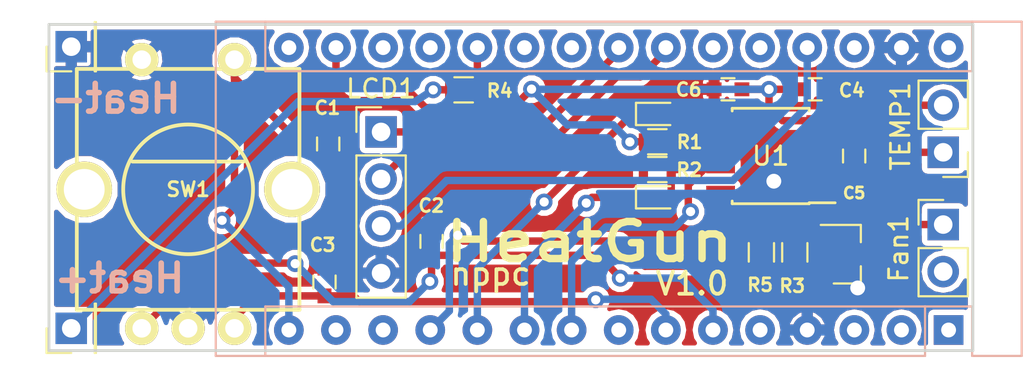
<source format=kicad_pcb>
(kicad_pcb (version 4) (host pcbnew 4.0.7)

  (general
    (links 44)
    (no_connects 0)
    (area 123.224999 118.424999 173.175001 136.175001)
    (thickness 1.6)
    (drawings 9)
    (tracks 148)
    (zones 0)
    (modules 22)
    (nets 21)
  )

  (page A4)
  (layers
    (0 F.Cu signal)
    (31 B.Cu signal)
    (32 B.Adhes user)
    (33 F.Adhes user)
    (34 B.Paste user)
    (35 F.Paste user)
    (36 B.SilkS user)
    (37 F.SilkS user)
    (38 B.Mask user)
    (39 F.Mask user)
    (40 Dwgs.User user)
    (41 Cmts.User user)
    (42 Eco1.User user)
    (43 Eco2.User user)
    (44 Edge.Cuts user)
    (45 Margin user)
    (46 B.CrtYd user)
    (47 F.CrtYd user)
    (48 B.Fab user)
    (49 F.Fab user)
  )

  (setup
    (last_trace_width 0.4)
    (user_trace_width 0.4)
    (user_trace_width 1.5)
    (user_trace_width 2)
    (trace_clearance 0.3)
    (zone_clearance 0.2)
    (zone_45_only yes)
    (trace_min 0.2)
    (segment_width 0.2)
    (edge_width 0.15)
    (via_size 0.9)
    (via_drill 0.5)
    (via_min_size 0.4)
    (via_min_drill 0.3)
    (user_via 1 0.5)
    (user_via 2.2 1)
    (uvia_size 0.3)
    (uvia_drill 0.1)
    (uvias_allowed no)
    (uvia_min_size 0.2)
    (uvia_min_drill 0.1)
    (pcb_text_width 0.3)
    (pcb_text_size 1.5 1.5)
    (mod_edge_width 0.15)
    (mod_text_size 1 1)
    (mod_text_width 0.15)
    (pad_size 1.524 1.524)
    (pad_drill 0.762)
    (pad_to_mask_clearance 0.2)
    (aux_axis_origin 0 0)
    (visible_elements 7FFFFF7F)
    (pcbplotparams
      (layerselection 0x00000_80000001)
      (usegerberextensions false)
      (excludeedgelayer false)
      (linewidth 0.100000)
      (plotframeref false)
      (viasonmask true)
      (mode 1)
      (useauxorigin false)
      (hpglpennumber 1)
      (hpglpenspeed 20)
      (hpglpendiameter 15)
      (hpglpenoverlay 2)
      (psnegative false)
      (psa4output false)
      (plotreference false)
      (plotvalue false)
      (plotinvisibletext false)
      (padsonsilk false)
      (subtractmaskfromsilk false)
      (outputformat 4)
      (mirror false)
      (drillshape 2)
      (scaleselection 1)
      (outputdirectory ""))
  )

  (net 0 "")
  (net 1 GND)
  (net 2 "Net-(J4-Pad23)")
  (net 3 "Net-(J4-Pad24)")
  (net 4 VCC)
  (net 5 "Net-(Q2-Pad1)")
  (net 6 "Net-(C2-Pad1)")
  (net 7 "Net-(C3-Pad1)")
  (net 8 "Net-(C1-Pad1)")
  (net 9 +3V3)
  (net 10 "Net-(C5-Pad2)")
  (net 11 "Net-(C5-Pad1)")
  (net 12 "Net-(D1-Pad2)")
  (net 13 /T_SCK)
  (net 14 "Net-(D2-Pad2)")
  (net 15 /T_CS)
  (net 16 "Net-(Fan1-Pad1)")
  (net 17 /Heater)
  (net 18 /Fan)
  (net 19 /T_SO)
  (net 20 "Net-(Heater_pos1-Pad1)")

  (net_class Default "This is the default net class."
    (clearance 0.3)
    (trace_width 0.4)
    (via_dia 0.9)
    (via_drill 0.5)
    (uvia_dia 0.3)
    (uvia_drill 0.1)
    (add_net +3V3)
    (add_net /Fan)
    (add_net /Heater)
    (add_net /T_CS)
    (add_net /T_SCK)
    (add_net /T_SO)
    (add_net "Net-(C1-Pad1)")
    (add_net "Net-(C2-Pad1)")
    (add_net "Net-(C3-Pad1)")
    (add_net "Net-(C5-Pad1)")
    (add_net "Net-(C5-Pad2)")
    (add_net "Net-(D1-Pad2)")
    (add_net "Net-(D2-Pad2)")
    (add_net "Net-(Fan1-Pad1)")
    (add_net "Net-(Heater_pos1-Pad1)")
    (add_net "Net-(J4-Pad23)")
    (add_net "Net-(J4-Pad24)")
    (add_net "Net-(Q2-Pad1)")
    (add_net VCC)
  )

  (net_class 12V ""
    (clearance 0.3)
    (trace_width 1.8)
    (via_dia 1.5)
    (via_drill 0.8)
    (uvia_dia 0.3)
    (uvia_drill 0.1)
    (add_net GND)
  )

  (net_class Thin ""
    (clearance 0.26)
    (trace_width 0.3)
    (via_dia 0.7)
    (via_drill 0.4)
    (uvia_dia 0.3)
    (uvia_drill 0.1)
  )

  (module Modules:Arduino_Nano (layer B.Cu) (tedit 5A5CAAB2) (tstamp 5A20037C)
    (at 171.79 134.99 90)
    (descr "Arduino Nano, http://www.mouser.com/pdfdocs/Gravitech_Arduino_Nano3_0.pdf")
    (tags "Arduino Nano")
    (path /5A1FFBDE)
    (fp_text reference J4 (at 7.62 5.08 90) (layer B.SilkS) hide
      (effects (font (size 1 1) (thickness 0.15)) (justify mirror))
    )
    (fp_text value Arduino_Nano_Header (at 8.89 -19.05 180) (layer B.Fab) hide
      (effects (font (size 1 1) (thickness 0.15)) (justify mirror))
    )
    (fp_text user %R (at 6.35 -19.05 180) (layer B.Fab) hide
      (effects (font (size 1 1) (thickness 0.15)) (justify mirror))
    )
    (fp_line (start 1.27 -1.27) (end 1.27 1.27) (layer B.SilkS) (width 0.12))
    (fp_line (start 1.27 1.27) (end -1.4 1.27) (layer B.SilkS) (width 0.12))
    (fp_line (start -1.4 -1.27) (end -1.4 -39.5) (layer B.SilkS) (width 0.12))
    (fp_line (start -1.4 3.94) (end -1.4 1.27) (layer B.SilkS) (width 0.12))
    (fp_line (start 13.97 1.27) (end 16.64 1.27) (layer B.SilkS) (width 0.12))
    (fp_line (start 13.97 1.27) (end 13.97 -36.83) (layer B.SilkS) (width 0.12))
    (fp_line (start 13.97 -36.83) (end 16.64 -36.83) (layer B.SilkS) (width 0.12))
    (fp_line (start 1.27 -1.27) (end -1.4 -1.27) (layer B.SilkS) (width 0.12))
    (fp_line (start 1.27 -1.27) (end 1.27 -36.83) (layer B.SilkS) (width 0.12))
    (fp_line (start 1.27 -36.83) (end -1.4 -36.83) (layer B.SilkS) (width 0.12))
    (fp_line (start 3.81 -31.75) (end 11.43 -31.75) (layer B.Fab) (width 0.1))
    (fp_line (start 11.43 -31.75) (end 11.43 -41.91) (layer B.Fab) (width 0.1))
    (fp_line (start 11.43 -41.91) (end 3.81 -41.91) (layer B.Fab) (width 0.1))
    (fp_line (start 3.81 -41.91) (end 3.81 -31.75) (layer B.Fab) (width 0.1))
    (fp_line (start -1.4 -39.5) (end 16.64 -39.5) (layer B.SilkS) (width 0.12))
    (fp_line (start 16.64 -39.5) (end 16.64 3.94) (layer B.SilkS) (width 0.12))
    (fp_line (start 16.64 3.94) (end -1.4 3.94) (layer B.SilkS) (width 0.12))
    (fp_line (start 16.51 -39.37) (end -1.27 -39.37) (layer B.Fab) (width 0.1))
    (fp_line (start -1.27 -39.37) (end -1.27 2.54) (layer B.Fab) (width 0.1))
    (fp_line (start -1.27 2.54) (end 0 3.81) (layer B.Fab) (width 0.1))
    (fp_line (start 0 3.81) (end 16.51 3.81) (layer B.Fab) (width 0.1))
    (fp_line (start 16.51 3.81) (end 16.51 -39.37) (layer B.Fab) (width 0.1))
    (fp_line (start -1.53 4.06) (end 16.75 4.06) (layer B.CrtYd) (width 0.05))
    (fp_line (start -1.53 4.06) (end -1.53 -42.16) (layer B.CrtYd) (width 0.05))
    (fp_line (start 16.75 -42.16) (end 16.75 4.06) (layer B.CrtYd) (width 0.05))
    (fp_line (start 16.75 -42.16) (end -1.53 -42.16) (layer B.CrtYd) (width 0.05))
    (pad 1 thru_hole rect (at 0 0 90) (size 1.6 1.6) (drill 0.8) (layers *.Cu *.Mask))
    (pad 17 thru_hole oval (at 15.24 -33.02 90) (size 1.6 1.6) (drill 0.8) (layers *.Cu *.Mask)
      (net 9 +3V3))
    (pad 2 thru_hole oval (at 0 -2.54 90) (size 1.6 1.6) (drill 0.8) (layers *.Cu *.Mask))
    (pad 18 thru_hole oval (at 15.24 -30.48 90) (size 1.6 1.6) (drill 0.8) (layers *.Cu *.Mask))
    (pad 3 thru_hole oval (at 0 -5.08 90) (size 1.6 1.6) (drill 0.8) (layers *.Cu *.Mask))
    (pad 19 thru_hole oval (at 15.24 -27.94 90) (size 1.6 1.6) (drill 0.8) (layers *.Cu *.Mask))
    (pad 4 thru_hole oval (at 0 -7.62 90) (size 1.6 1.6) (drill 0.8) (layers *.Cu *.Mask)
      (net 1 GND))
    (pad 20 thru_hole oval (at 15.24 -25.4 90) (size 1.6 1.6) (drill 0.8) (layers *.Cu *.Mask)
      (net 17 /Heater))
    (pad 5 thru_hole oval (at 0 -10.16 90) (size 1.6 1.6) (drill 0.8) (layers *.Cu *.Mask))
    (pad 21 thru_hole oval (at 15.24 -22.86 90) (size 1.6 1.6) (drill 0.8) (layers *.Cu *.Mask))
    (pad 6 thru_hole oval (at 0 -12.7 90) (size 1.6 1.6) (drill 0.8) (layers *.Cu *.Mask)
      (net 6 "Net-(C2-Pad1)"))
    (pad 22 thru_hole oval (at 15.24 -20.32 90) (size 1.6 1.6) (drill 0.8) (layers *.Cu *.Mask))
    (pad 7 thru_hole oval (at 0 -15.24 90) (size 1.6 1.6) (drill 0.8) (layers *.Cu *.Mask)
      (net 7 "Net-(C3-Pad1)"))
    (pad 23 thru_hole oval (at 15.24 -17.78 90) (size 1.6 1.6) (drill 0.8) (layers *.Cu *.Mask)
      (net 2 "Net-(J4-Pad23)"))
    (pad 8 thru_hole oval (at 0 -17.78 90) (size 1.6 1.6) (drill 0.8) (layers *.Cu *.Mask))
    (pad 24 thru_hole oval (at 15.24 -15.24 90) (size 1.6 1.6) (drill 0.8) (layers *.Cu *.Mask)
      (net 3 "Net-(J4-Pad24)"))
    (pad 9 thru_hole oval (at 0 -20.32 90) (size 1.6 1.6) (drill 0.8) (layers *.Cu *.Mask)
      (net 19 /T_SO))
    (pad 25 thru_hole oval (at 15.24 -12.7 90) (size 1.6 1.6) (drill 0.8) (layers *.Cu *.Mask))
    (pad 10 thru_hole oval (at 0 -22.86 90) (size 1.6 1.6) (drill 0.8) (layers *.Cu *.Mask)
      (net 15 /T_CS))
    (pad 26 thru_hole oval (at 15.24 -10.16 90) (size 1.6 1.6) (drill 0.8) (layers *.Cu *.Mask))
    (pad 11 thru_hole oval (at 0 -25.4 90) (size 1.6 1.6) (drill 0.8) (layers *.Cu *.Mask)
      (net 13 /T_SCK))
    (pad 27 thru_hole oval (at 15.24 -7.62 90) (size 1.6 1.6) (drill 0.8) (layers *.Cu *.Mask)
      (net 4 VCC))
    (pad 12 thru_hole oval (at 0 -27.94 90) (size 1.6 1.6) (drill 0.8) (layers *.Cu *.Mask)
      (net 18 /Fan))
    (pad 28 thru_hole oval (at 15.24 -5.08 90) (size 1.6 1.6) (drill 0.8) (layers *.Cu *.Mask))
    (pad 13 thru_hole oval (at 0 -30.48 90) (size 1.6 1.6) (drill 0.8) (layers *.Cu *.Mask))
    (pad 29 thru_hole oval (at 15.24 -2.54 90) (size 1.6 1.6) (drill 0.8) (layers *.Cu *.Mask)
      (net 1 GND))
    (pad 14 thru_hole oval (at 0 -33.02 90) (size 1.6 1.6) (drill 0.8) (layers *.Cu *.Mask))
    (pad 30 thru_hole oval (at 15.24 0 90) (size 1.6 1.6) (drill 0.8) (layers *.Cu *.Mask))
    (pad 15 thru_hole oval (at 0 -35.56 90) (size 1.6 1.6) (drill 0.8) (layers *.Cu *.Mask)
      (net 8 "Net-(C1-Pad1)"))
    (pad 16 thru_hole oval (at 15.24 -35.56 90) (size 1.6 1.6) (drill 0.8) (layers *.Cu *.Mask))
  )

  (module KiCadCustomLibs:SF-ROTARY-ENCODER (layer F.Cu) (tedit 5A5CB045) (tstamp 5A5CAB82)
    (at 130.8 127.4)
    (path /5A203BA2)
    (fp_text reference SW1 (at 0 0) (layer F.SilkS)
      (effects (font (size 0.762 0.762) (thickness 0.1524)))
    )
    (fp_text value Rotary_Encoder (at 0 0) (layer F.SilkS) hide
      (effects (font (size 0.762 0.762) (thickness 0.1524)))
    )
    (fp_line (start 3 -1.5) (end -3 -1.5) (layer F.SilkS) (width 0.2032))
    (fp_circle (center 0 0) (end 3.5 0) (layer F.SilkS) (width 0.2032))
    (fp_line (start 6 6.5) (end -6 6.5) (layer F.SilkS) (width 0.2032))
    (fp_line (start -6 6.5) (end -6 -6.5) (layer F.SilkS) (width 0.2032))
    (fp_line (start -6 -6.5) (end 6 -6.5) (layer F.SilkS) (width 0.2032))
    (fp_line (start 6 -6.5) (end 6 6.5) (layer F.SilkS) (width 0.2032))
    (pad 4 thru_hole circle (at -2.5 -7) (size 1.8 1.8) (drill 1) (layers *.Cu *.Mask F.SilkS)
      (net 1 GND))
    (pad 1 thru_hole circle (at -2.5 7.5) (size 1.8 1.8) (drill 1) (layers *.Cu *.Mask F.SilkS)
      (net 6 "Net-(C2-Pad1)"))
    (pad 2 thru_hole circle (at 0 7.5) (size 1.8 1.8) (drill 1) (layers *.Cu *.Mask F.SilkS)
      (net 1 GND))
    (pad 3 thru_hole circle (at 2.5 7.5) (size 1.8 1.8) (drill 1) (layers *.Cu *.Mask F.SilkS)
      (net 7 "Net-(C3-Pad1)"))
    (pad 5 thru_hole circle (at 2.5 -7) (size 1.8 1.8) (drill 1) (layers *.Cu *.Mask F.SilkS)
      (net 8 "Net-(C1-Pad1)"))
    (pad "" thru_hole circle (at 5.6 0) (size 3 3) (drill 2.2) (layers *.Cu *.Mask F.SilkS))
    (pad "" thru_hole circle (at -5.6 0) (size 3 3) (drill 2.2) (layers *.Cu *.Mask F.SilkS))
    (model AB2_ROT_ENC_W_SW.wrl
      (at (xyz 0 0 0))
      (scale (xyz 0.015 0.015 0.015))
      (rotate (xyz 0 0 180))
    )
  )

  (module TO_SOT_Packages_SMD:SOT-23 (layer F.Cu) (tedit 5A5CABAC) (tstamp 5A2003CD)
    (at 166.3 130.9)
    (descr "SOT-23, Standard")
    (tags SOT-23)
    (path /59B2A260)
    (attr smd)
    (fp_text reference Q2 (at -0.2 0) (layer F.SilkS) hide
      (effects (font (size 0.7 0.7) (thickness 0.15)))
    )
    (fp_text value SI2308 (at 0 2.5) (layer F.Fab) hide
      (effects (font (size 1 1) (thickness 0.15)))
    )
    (fp_text user %R (at 0 0 90) (layer F.Fab)
      (effects (font (size 0.5 0.5) (thickness 0.075)))
    )
    (fp_line (start -0.7 -0.95) (end -0.7 1.5) (layer F.Fab) (width 0.1))
    (fp_line (start -0.15 -1.52) (end 0.7 -1.52) (layer F.Fab) (width 0.1))
    (fp_line (start -0.7 -0.95) (end -0.15 -1.52) (layer F.Fab) (width 0.1))
    (fp_line (start 0.7 -1.52) (end 0.7 1.52) (layer F.Fab) (width 0.1))
    (fp_line (start -0.7 1.52) (end 0.7 1.52) (layer F.Fab) (width 0.1))
    (fp_line (start 0.76 1.58) (end 0.76 0.65) (layer F.SilkS) (width 0.12))
    (fp_line (start 0.76 -1.58) (end 0.76 -0.65) (layer F.SilkS) (width 0.12))
    (fp_line (start -1.7 -1.75) (end 1.7 -1.75) (layer F.CrtYd) (width 0.05))
    (fp_line (start 1.7 -1.75) (end 1.7 1.75) (layer F.CrtYd) (width 0.05))
    (fp_line (start 1.7 1.75) (end -1.7 1.75) (layer F.CrtYd) (width 0.05))
    (fp_line (start -1.7 1.75) (end -1.7 -1.75) (layer F.CrtYd) (width 0.05))
    (fp_line (start 0.76 -1.58) (end -1.4 -1.58) (layer F.SilkS) (width 0.12))
    (fp_line (start 0.76 1.58) (end -0.7 1.58) (layer F.SilkS) (width 0.12))
    (pad 1 smd rect (at -1 -0.95) (size 0.9 0.8) (layers F.Cu F.Paste F.Mask)
      (net 5 "Net-(Q2-Pad1)"))
    (pad 2 smd rect (at -1 0.95) (size 0.9 0.8) (layers F.Cu F.Paste F.Mask)
      (net 1 GND))
    (pad 3 smd rect (at 1 0) (size 0.9 0.8) (layers F.Cu F.Paste F.Mask)
      (net 16 "Net-(Fan1-Pad1)"))
    (model ${KISYS3DMOD}/TO_SOT_Packages_SMD.3dshapes/SOT-23.wrl
      (at (xyz 0 0 0))
      (scale (xyz 1 1 1))
      (rotate (xyz 0 0 0))
    )
  )

  (module Resistors_SMD:R_0603 (layer F.Cu) (tedit 5A5CBF4A) (tstamp 5A2003DE)
    (at 156.09 124.83 180)
    (descr "Resistor SMD 0603, reflow soldering, Vishay (see dcrcw.pdf)")
    (tags "resistor 0603")
    (path /5A5CD116)
    (attr smd)
    (fp_text reference R1 (at -1.74 -0.02 180) (layer F.SilkS)
      (effects (font (size 0.7 0.7) (thickness 0.15)))
    )
    (fp_text value 10K (at 0 1.5 180) (layer F.Fab) hide
      (effects (font (size 1 1) (thickness 0.15)))
    )
    (fp_text user %R (at 0 0 180) (layer F.Fab)
      (effects (font (size 0.4 0.4) (thickness 0.075)))
    )
    (fp_line (start -0.8 0.4) (end -0.8 -0.4) (layer F.Fab) (width 0.1))
    (fp_line (start 0.8 0.4) (end -0.8 0.4) (layer F.Fab) (width 0.1))
    (fp_line (start 0.8 -0.4) (end 0.8 0.4) (layer F.Fab) (width 0.1))
    (fp_line (start -0.8 -0.4) (end 0.8 -0.4) (layer F.Fab) (width 0.1))
    (fp_line (start 0.5 0.68) (end -0.5 0.68) (layer F.SilkS) (width 0.12))
    (fp_line (start -0.5 -0.68) (end 0.5 -0.68) (layer F.SilkS) (width 0.12))
    (fp_line (start -1.25 -0.7) (end 1.25 -0.7) (layer F.CrtYd) (width 0.05))
    (fp_line (start -1.25 -0.7) (end -1.25 0.7) (layer F.CrtYd) (width 0.05))
    (fp_line (start 1.25 0.7) (end 1.25 -0.7) (layer F.CrtYd) (width 0.05))
    (fp_line (start 1.25 0.7) (end -1.25 0.7) (layer F.CrtYd) (width 0.05))
    (pad 1 smd rect (at -0.75 0 180) (size 0.5 0.9) (layers F.Cu F.Paste F.Mask)
      (net 12 "Net-(D1-Pad2)"))
    (pad 2 smd rect (at 0.75 0 180) (size 0.5 0.9) (layers F.Cu F.Paste F.Mask)
      (net 9 +3V3))
    (model ${KISYS3DMOD}/Resistors_SMD.3dshapes/R_0603.wrl
      (at (xyz 0 0 0))
      (scale (xyz 1 1 1))
      (rotate (xyz 0 0 0))
    )
  )

  (module Resistors_SMD:R_0603 (layer F.Cu) (tedit 5A5CBF50) (tstamp 5A2003EF)
    (at 156.09 126.33)
    (descr "Resistor SMD 0603, reflow soldering, Vishay (see dcrcw.pdf)")
    (tags "resistor 0603")
    (path /5A5CD3DA)
    (attr smd)
    (fp_text reference R2 (at 1.72 0.02) (layer F.SilkS)
      (effects (font (size 0.7 0.7) (thickness 0.15)))
    )
    (fp_text value 10K (at 0 1.5) (layer F.Fab) hide
      (effects (font (size 1 1) (thickness 0.15)))
    )
    (fp_text user %R (at 0 0) (layer F.Fab)
      (effects (font (size 0.4 0.4) (thickness 0.075)))
    )
    (fp_line (start -0.8 0.4) (end -0.8 -0.4) (layer F.Fab) (width 0.1))
    (fp_line (start 0.8 0.4) (end -0.8 0.4) (layer F.Fab) (width 0.1))
    (fp_line (start 0.8 -0.4) (end 0.8 0.4) (layer F.Fab) (width 0.1))
    (fp_line (start -0.8 -0.4) (end 0.8 -0.4) (layer F.Fab) (width 0.1))
    (fp_line (start 0.5 0.68) (end -0.5 0.68) (layer F.SilkS) (width 0.12))
    (fp_line (start -0.5 -0.68) (end 0.5 -0.68) (layer F.SilkS) (width 0.12))
    (fp_line (start -1.25 -0.7) (end 1.25 -0.7) (layer F.CrtYd) (width 0.05))
    (fp_line (start -1.25 -0.7) (end -1.25 0.7) (layer F.CrtYd) (width 0.05))
    (fp_line (start 1.25 0.7) (end 1.25 -0.7) (layer F.CrtYd) (width 0.05))
    (fp_line (start 1.25 0.7) (end -1.25 0.7) (layer F.CrtYd) (width 0.05))
    (pad 1 smd rect (at -0.75 0) (size 0.5 0.9) (layers F.Cu F.Paste F.Mask)
      (net 9 +3V3))
    (pad 2 smd rect (at 0.75 0) (size 0.5 0.9) (layers F.Cu F.Paste F.Mask)
      (net 14 "Net-(D2-Pad2)"))
    (model ${KISYS3DMOD}/Resistors_SMD.3dshapes/R_0603.wrl
      (at (xyz 0 0 0))
      (scale (xyz 1 1 1))
      (rotate (xyz 0 0 0))
    )
  )

  (module Resistors_SMD:R_0603 (layer F.Cu) (tedit 5A215574) (tstamp 5A200400)
    (at 163.5 130.8 270)
    (descr "Resistor SMD 0603, reflow soldering, Vishay (see dcrcw.pdf)")
    (tags "resistor 0603")
    (path /5A1FE630)
    (attr smd)
    (fp_text reference R3 (at 1.81 0.14 360) (layer F.SilkS)
      (effects (font (size 0.7 0.7) (thickness 0.15)))
    )
    (fp_text value 10K (at 0 1.5 270) (layer F.Fab) hide
      (effects (font (size 1 1) (thickness 0.15)))
    )
    (fp_text user %R (at 0 0 270) (layer F.Fab)
      (effects (font (size 0.4 0.4) (thickness 0.075)))
    )
    (fp_line (start -0.8 0.4) (end -0.8 -0.4) (layer F.Fab) (width 0.1))
    (fp_line (start 0.8 0.4) (end -0.8 0.4) (layer F.Fab) (width 0.1))
    (fp_line (start 0.8 -0.4) (end 0.8 0.4) (layer F.Fab) (width 0.1))
    (fp_line (start -0.8 -0.4) (end 0.8 -0.4) (layer F.Fab) (width 0.1))
    (fp_line (start 0.5 0.68) (end -0.5 0.68) (layer F.SilkS) (width 0.12))
    (fp_line (start -0.5 -0.68) (end 0.5 -0.68) (layer F.SilkS) (width 0.12))
    (fp_line (start -1.25 -0.7) (end 1.25 -0.7) (layer F.CrtYd) (width 0.05))
    (fp_line (start -1.25 -0.7) (end -1.25 0.7) (layer F.CrtYd) (width 0.05))
    (fp_line (start 1.25 0.7) (end 1.25 -0.7) (layer F.CrtYd) (width 0.05))
    (fp_line (start 1.25 0.7) (end -1.25 0.7) (layer F.CrtYd) (width 0.05))
    (pad 1 smd rect (at -0.75 0 270) (size 0.5 0.9) (layers F.Cu F.Paste F.Mask)
      (net 5 "Net-(Q2-Pad1)"))
    (pad 2 smd rect (at 0.75 0 270) (size 0.5 0.9) (layers F.Cu F.Paste F.Mask)
      (net 1 GND))
    (model ${KISYS3DMOD}/Resistors_SMD.3dshapes/R_0603.wrl
      (at (xyz 0 0 0))
      (scale (xyz 1 1 1))
      (rotate (xyz 0 0 0))
    )
  )

  (module Resistors_SMD:R_0603 (layer F.Cu) (tedit 5A5CBBAE) (tstamp 5A200411)
    (at 145.65 122.03 180)
    (descr "Resistor SMD 0603, reflow soldering, Vishay (see dcrcw.pdf)")
    (tags "resistor 0603")
    (path /5A5D1294)
    (attr smd)
    (fp_text reference R4 (at -1.94 -0.05 360) (layer F.SilkS)
      (effects (font (size 0.7 0.7) (thickness 0.15)))
    )
    (fp_text value 680 (at 0 1.5 180) (layer F.Fab) hide
      (effects (font (size 1 1) (thickness 0.15)))
    )
    (fp_text user %R (at 0 0 180) (layer F.Fab)
      (effects (font (size 0.4 0.4) (thickness 0.075)))
    )
    (fp_line (start -0.8 0.4) (end -0.8 -0.4) (layer F.Fab) (width 0.1))
    (fp_line (start 0.8 0.4) (end -0.8 0.4) (layer F.Fab) (width 0.1))
    (fp_line (start 0.8 -0.4) (end 0.8 0.4) (layer F.Fab) (width 0.1))
    (fp_line (start -0.8 -0.4) (end 0.8 -0.4) (layer F.Fab) (width 0.1))
    (fp_line (start 0.5 0.68) (end -0.5 0.68) (layer F.SilkS) (width 0.12))
    (fp_line (start -0.5 -0.68) (end 0.5 -0.68) (layer F.SilkS) (width 0.12))
    (fp_line (start -1.25 -0.7) (end 1.25 -0.7) (layer F.CrtYd) (width 0.05))
    (fp_line (start -1.25 -0.7) (end -1.25 0.7) (layer F.CrtYd) (width 0.05))
    (fp_line (start 1.25 0.7) (end 1.25 -0.7) (layer F.CrtYd) (width 0.05))
    (fp_line (start 1.25 0.7) (end -1.25 0.7) (layer F.CrtYd) (width 0.05))
    (pad 1 smd rect (at -0.75 0 180) (size 0.5 0.9) (layers F.Cu F.Paste F.Mask)
      (net 17 /Heater))
    (pad 2 smd rect (at 0.75 0 180) (size 0.5 0.9) (layers F.Cu F.Paste F.Mask)
      (net 20 "Net-(Heater_pos1-Pad1)"))
    (model ${KISYS3DMOD}/Resistors_SMD.3dshapes/R_0603.wrl
      (at (xyz 0 0 0))
      (scale (xyz 1 1 1))
      (rotate (xyz 0 0 0))
    )
  )

  (module Resistors_SMD:R_0603 (layer F.Cu) (tedit 5A21556F) (tstamp 5A200422)
    (at 161.7 130.8 90)
    (descr "Resistor SMD 0603, reflow soldering, Vishay (see dcrcw.pdf)")
    (tags "resistor 0603")
    (path /5A1FE79F)
    (attr smd)
    (fp_text reference R5 (at -1.76 -0.07 180) (layer F.SilkS)
      (effects (font (size 0.7 0.7) (thickness 0.15)))
    )
    (fp_text value 100 (at 0 1.5 90) (layer F.Fab) hide
      (effects (font (size 1 1) (thickness 0.15)))
    )
    (fp_text user %R (at 0 0 90) (layer F.Fab)
      (effects (font (size 0.4 0.4) (thickness 0.075)))
    )
    (fp_line (start -0.8 0.4) (end -0.8 -0.4) (layer F.Fab) (width 0.1))
    (fp_line (start 0.8 0.4) (end -0.8 0.4) (layer F.Fab) (width 0.1))
    (fp_line (start 0.8 -0.4) (end 0.8 0.4) (layer F.Fab) (width 0.1))
    (fp_line (start -0.8 -0.4) (end 0.8 -0.4) (layer F.Fab) (width 0.1))
    (fp_line (start 0.5 0.68) (end -0.5 0.68) (layer F.SilkS) (width 0.12))
    (fp_line (start -0.5 -0.68) (end 0.5 -0.68) (layer F.SilkS) (width 0.12))
    (fp_line (start -1.25 -0.7) (end 1.25 -0.7) (layer F.CrtYd) (width 0.05))
    (fp_line (start -1.25 -0.7) (end -1.25 0.7) (layer F.CrtYd) (width 0.05))
    (fp_line (start 1.25 0.7) (end 1.25 -0.7) (layer F.CrtYd) (width 0.05))
    (fp_line (start 1.25 0.7) (end -1.25 0.7) (layer F.CrtYd) (width 0.05))
    (pad 1 smd rect (at -0.75 0 90) (size 0.5 0.9) (layers F.Cu F.Paste F.Mask)
      (net 18 /Fan))
    (pad 2 smd rect (at 0.75 0 90) (size 0.5 0.9) (layers F.Cu F.Paste F.Mask)
      (net 5 "Net-(Q2-Pad1)"))
    (model ${KISYS3DMOD}/Resistors_SMD.3dshapes/R_0603.wrl
      (at (xyz 0 0 0))
      (scale (xyz 1 1 1))
      (rotate (xyz 0 0 0))
    )
  )

  (module Capacitors_SMD:C_0603 (layer F.Cu) (tedit 5A215341) (tstamp 5A2120BE)
    (at 138.35 124.95 90)
    (descr "Capacitor SMD 0603, reflow soldering, AVX (see smccp.pdf)")
    (tags "capacitor 0603")
    (path /5A2120D3)
    (attr smd)
    (fp_text reference C1 (at 1.95 -0.04 180) (layer F.SilkS)
      (effects (font (size 0.7 0.7) (thickness 0.15)))
    )
    (fp_text value 10n (at 0 1.5 90) (layer F.Fab) hide
      (effects (font (size 1 1) (thickness 0.15)))
    )
    (fp_line (start 1.4 0.65) (end -1.4 0.65) (layer F.CrtYd) (width 0.05))
    (fp_line (start 1.4 0.65) (end 1.4 -0.65) (layer F.CrtYd) (width 0.05))
    (fp_line (start -1.4 -0.65) (end -1.4 0.65) (layer F.CrtYd) (width 0.05))
    (fp_line (start -1.4 -0.65) (end 1.4 -0.65) (layer F.CrtYd) (width 0.05))
    (fp_line (start 0.35 0.6) (end -0.35 0.6) (layer F.SilkS) (width 0.12))
    (fp_line (start -0.35 -0.6) (end 0.35 -0.6) (layer F.SilkS) (width 0.12))
    (fp_line (start -0.8 -0.4) (end 0.8 -0.4) (layer F.Fab) (width 0.1))
    (fp_line (start 0.8 -0.4) (end 0.8 0.4) (layer F.Fab) (width 0.1))
    (fp_line (start 0.8 0.4) (end -0.8 0.4) (layer F.Fab) (width 0.1))
    (fp_line (start -0.8 0.4) (end -0.8 -0.4) (layer F.Fab) (width 0.1))
    (fp_text user %R (at 0 0 90) (layer F.Fab)
      (effects (font (size 0.3 0.3) (thickness 0.075)))
    )
    (pad 2 smd rect (at 0.75 0 90) (size 0.8 0.75) (layers F.Cu F.Paste F.Mask)
      (net 1 GND))
    (pad 1 smd rect (at -0.75 0 90) (size 0.8 0.75) (layers F.Cu F.Paste F.Mask)
      (net 8 "Net-(C1-Pad1)"))
    (model Capacitors_SMD.3dshapes/C_0603.wrl
      (at (xyz 0 0 0))
      (scale (xyz 1 1 1))
      (rotate (xyz 0 0 0))
    )
  )

  (module Capacitors_SMD:C_0603 (layer F.Cu) (tedit 5A5CBB42) (tstamp 5A2120CF)
    (at 143.92 130.21 90)
    (descr "Capacitor SMD 0603, reflow soldering, AVX (see smccp.pdf)")
    (tags "capacitor 0603")
    (path /5A21222B)
    (attr smd)
    (fp_text reference C2 (at 1.93 -0.01 180) (layer F.SilkS)
      (effects (font (size 0.7 0.7) (thickness 0.15)))
    )
    (fp_text value 10n (at 0 1.5 90) (layer F.Fab) hide
      (effects (font (size 1 1) (thickness 0.15)))
    )
    (fp_line (start 1.4 0.65) (end -1.4 0.65) (layer F.CrtYd) (width 0.05))
    (fp_line (start 1.4 0.65) (end 1.4 -0.65) (layer F.CrtYd) (width 0.05))
    (fp_line (start -1.4 -0.65) (end -1.4 0.65) (layer F.CrtYd) (width 0.05))
    (fp_line (start -1.4 -0.65) (end 1.4 -0.65) (layer F.CrtYd) (width 0.05))
    (fp_line (start 0.35 0.6) (end -0.35 0.6) (layer F.SilkS) (width 0.12))
    (fp_line (start -0.35 -0.6) (end 0.35 -0.6) (layer F.SilkS) (width 0.12))
    (fp_line (start -0.8 -0.4) (end 0.8 -0.4) (layer F.Fab) (width 0.1))
    (fp_line (start 0.8 -0.4) (end 0.8 0.4) (layer F.Fab) (width 0.1))
    (fp_line (start 0.8 0.4) (end -0.8 0.4) (layer F.Fab) (width 0.1))
    (fp_line (start -0.8 0.4) (end -0.8 -0.4) (layer F.Fab) (width 0.1))
    (fp_text user %R (at 0 0 90) (layer F.Fab)
      (effects (font (size 0.3 0.3) (thickness 0.075)))
    )
    (pad 2 smd rect (at 0.75 0 90) (size 0.8 0.75) (layers F.Cu F.Paste F.Mask)
      (net 1 GND))
    (pad 1 smd rect (at -0.75 0 90) (size 0.8 0.75) (layers F.Cu F.Paste F.Mask)
      (net 6 "Net-(C2-Pad1)"))
    (model Capacitors_SMD.3dshapes/C_0603.wrl
      (at (xyz 0 0 0))
      (scale (xyz 1 1 1))
      (rotate (xyz 0 0 0))
    )
  )

  (module Capacitors_SMD:C_0603 (layer F.Cu) (tedit 5A21534A) (tstamp 5A2120E0)
    (at 138.15 132.4 90)
    (descr "Capacitor SMD 0603, reflow soldering, AVX (see smccp.pdf)")
    (tags "capacitor 0603")
    (path /5A2121CD)
    (attr smd)
    (fp_text reference C3 (at 2 -0.1 180) (layer F.SilkS)
      (effects (font (size 0.7 0.7) (thickness 0.15)))
    )
    (fp_text value 10n (at 0 1.5 90) (layer F.Fab) hide
      (effects (font (size 1 1) (thickness 0.15)))
    )
    (fp_line (start 1.4 0.65) (end -1.4 0.65) (layer F.CrtYd) (width 0.05))
    (fp_line (start 1.4 0.65) (end 1.4 -0.65) (layer F.CrtYd) (width 0.05))
    (fp_line (start -1.4 -0.65) (end -1.4 0.65) (layer F.CrtYd) (width 0.05))
    (fp_line (start -1.4 -0.65) (end 1.4 -0.65) (layer F.CrtYd) (width 0.05))
    (fp_line (start 0.35 0.6) (end -0.35 0.6) (layer F.SilkS) (width 0.12))
    (fp_line (start -0.35 -0.6) (end 0.35 -0.6) (layer F.SilkS) (width 0.12))
    (fp_line (start -0.8 -0.4) (end 0.8 -0.4) (layer F.Fab) (width 0.1))
    (fp_line (start 0.8 -0.4) (end 0.8 0.4) (layer F.Fab) (width 0.1))
    (fp_line (start 0.8 0.4) (end -0.8 0.4) (layer F.Fab) (width 0.1))
    (fp_line (start -0.8 0.4) (end -0.8 -0.4) (layer F.Fab) (width 0.1))
    (fp_text user %R (at 0 0 90) (layer F.Fab)
      (effects (font (size 0.3 0.3) (thickness 0.075)))
    )
    (pad 2 smd rect (at 0.75 0 90) (size 0.8 0.75) (layers F.Cu F.Paste F.Mask)
      (net 1 GND))
    (pad 1 smd rect (at -0.75 0 90) (size 0.8 0.75) (layers F.Cu F.Paste F.Mask)
      (net 7 "Net-(C3-Pad1)"))
    (model Capacitors_SMD.3dshapes/C_0603.wrl
      (at (xyz 0 0 0))
      (scale (xyz 1 1 1))
      (rotate (xyz 0 0 0))
    )
  )

  (module Capacitors_SMD:C_0603 (layer F.Cu) (tedit 5A5CBB6A) (tstamp 5A5CAAD6)
    (at 164.6 122)
    (descr "Capacitor SMD 0603, reflow soldering, AVX (see smccp.pdf)")
    (tags "capacitor 0603")
    (path /5A5CBAC7)
    (attr smd)
    (fp_text reference C4 (at 1.97 0.06) (layer F.SilkS)
      (effects (font (size 0.7 0.7) (thickness 0.15)))
    )
    (fp_text value 10uf (at 0 1.5) (layer F.Fab) hide
      (effects (font (size 1 1) (thickness 0.15)))
    )
    (fp_line (start 1.4 0.65) (end -1.4 0.65) (layer F.CrtYd) (width 0.05))
    (fp_line (start 1.4 0.65) (end 1.4 -0.65) (layer F.CrtYd) (width 0.05))
    (fp_line (start -1.4 -0.65) (end -1.4 0.65) (layer F.CrtYd) (width 0.05))
    (fp_line (start -1.4 -0.65) (end 1.4 -0.65) (layer F.CrtYd) (width 0.05))
    (fp_line (start 0.35 0.6) (end -0.35 0.6) (layer F.SilkS) (width 0.12))
    (fp_line (start -0.35 -0.6) (end 0.35 -0.6) (layer F.SilkS) (width 0.12))
    (fp_line (start -0.8 -0.4) (end 0.8 -0.4) (layer F.Fab) (width 0.1))
    (fp_line (start 0.8 -0.4) (end 0.8 0.4) (layer F.Fab) (width 0.1))
    (fp_line (start 0.8 0.4) (end -0.8 0.4) (layer F.Fab) (width 0.1))
    (fp_line (start -0.8 0.4) (end -0.8 -0.4) (layer F.Fab) (width 0.1))
    (fp_text user %R (at 0 0) (layer F.Fab)
      (effects (font (size 0.3 0.3) (thickness 0.075)))
    )
    (pad 2 smd rect (at 0.75 0) (size 0.8 0.75) (layers F.Cu F.Paste F.Mask)
      (net 1 GND))
    (pad 1 smd rect (at -0.75 0) (size 0.8 0.75) (layers F.Cu F.Paste F.Mask)
      (net 9 +3V3))
    (model Capacitors_SMD.3dshapes/C_0603.wrl
      (at (xyz 0 0 0))
      (scale (xyz 1 1 1))
      (rotate (xyz 0 0 0))
    )
  )

  (module Capacitors_SMD:C_0603 (layer F.Cu) (tedit 5A5CAE9E) (tstamp 5A5CAAE7)
    (at 166.7 125.6 270)
    (descr "Capacitor SMD 0603, reflow soldering, AVX (see smccp.pdf)")
    (tags "capacitor 0603")
    (path /5A5CB2BA)
    (attr smd)
    (fp_text reference C5 (at 2 0 360) (layer F.SilkS)
      (effects (font (size 0.6 0.6) (thickness 0.15)))
    )
    (fp_text value 10n (at 0 1.5 270) (layer F.Fab) hide
      (effects (font (size 1 1) (thickness 0.15)))
    )
    (fp_line (start 1.4 0.65) (end -1.4 0.65) (layer F.CrtYd) (width 0.05))
    (fp_line (start 1.4 0.65) (end 1.4 -0.65) (layer F.CrtYd) (width 0.05))
    (fp_line (start -1.4 -0.65) (end -1.4 0.65) (layer F.CrtYd) (width 0.05))
    (fp_line (start -1.4 -0.65) (end 1.4 -0.65) (layer F.CrtYd) (width 0.05))
    (fp_line (start 0.35 0.6) (end -0.35 0.6) (layer F.SilkS) (width 0.12))
    (fp_line (start -0.35 -0.6) (end 0.35 -0.6) (layer F.SilkS) (width 0.12))
    (fp_line (start -0.8 -0.4) (end 0.8 -0.4) (layer F.Fab) (width 0.1))
    (fp_line (start 0.8 -0.4) (end 0.8 0.4) (layer F.Fab) (width 0.1))
    (fp_line (start 0.8 0.4) (end -0.8 0.4) (layer F.Fab) (width 0.1))
    (fp_line (start -0.8 0.4) (end -0.8 -0.4) (layer F.Fab) (width 0.1))
    (fp_text user %R (at 0 0 270) (layer F.Fab)
      (effects (font (size 0.3 0.3) (thickness 0.075)))
    )
    (pad 2 smd rect (at 0.75 0 270) (size 0.8 0.75) (layers F.Cu F.Paste F.Mask)
      (net 10 "Net-(C5-Pad2)"))
    (pad 1 smd rect (at -0.75 0 270) (size 0.8 0.75) (layers F.Cu F.Paste F.Mask)
      (net 11 "Net-(C5-Pad1)"))
    (model Capacitors_SMD.3dshapes/C_0603.wrl
      (at (xyz 0 0 0))
      (scale (xyz 1 1 1))
      (rotate (xyz 0 0 0))
    )
  )

  (module Capacitors_SMD:C_0603 (layer F.Cu) (tedit 5A5CBB59) (tstamp 5A5CAAF8)
    (at 159.9 122 180)
    (descr "Capacitor SMD 0603, reflow soldering, AVX (see smccp.pdf)")
    (tags "capacitor 0603")
    (path /5A5CB920)
    (attr smd)
    (fp_text reference C6 (at 2.12 -0.02 180) (layer F.SilkS)
      (effects (font (size 0.7 0.7) (thickness 0.15)))
    )
    (fp_text value 100n (at 0 1.5 180) (layer F.Fab) hide
      (effects (font (size 1 1) (thickness 0.15)))
    )
    (fp_line (start 1.4 0.65) (end -1.4 0.65) (layer F.CrtYd) (width 0.05))
    (fp_line (start 1.4 0.65) (end 1.4 -0.65) (layer F.CrtYd) (width 0.05))
    (fp_line (start -1.4 -0.65) (end -1.4 0.65) (layer F.CrtYd) (width 0.05))
    (fp_line (start -1.4 -0.65) (end 1.4 -0.65) (layer F.CrtYd) (width 0.05))
    (fp_line (start 0.35 0.6) (end -0.35 0.6) (layer F.SilkS) (width 0.12))
    (fp_line (start -0.35 -0.6) (end 0.35 -0.6) (layer F.SilkS) (width 0.12))
    (fp_line (start -0.8 -0.4) (end 0.8 -0.4) (layer F.Fab) (width 0.1))
    (fp_line (start 0.8 -0.4) (end 0.8 0.4) (layer F.Fab) (width 0.1))
    (fp_line (start 0.8 0.4) (end -0.8 0.4) (layer F.Fab) (width 0.1))
    (fp_line (start -0.8 0.4) (end -0.8 -0.4) (layer F.Fab) (width 0.1))
    (fp_text user %R (at 0 0 180) (layer F.Fab)
      (effects (font (size 0.3 0.3) (thickness 0.075)))
    )
    (pad 2 smd rect (at 0.75 0 180) (size 0.8 0.75) (layers F.Cu F.Paste F.Mask)
      (net 1 GND))
    (pad 1 smd rect (at -0.75 0 180) (size 0.8 0.75) (layers F.Cu F.Paste F.Mask)
      (net 9 +3V3))
    (model Capacitors_SMD.3dshapes/C_0603.wrl
      (at (xyz 0 0 0))
      (scale (xyz 1 1 1))
      (rotate (xyz 0 0 0))
    )
  )

  (module Diodes_SMD:D_SOD-523 (layer F.Cu) (tedit 5A5CAC7C) (tstamp 5A5CAAF9)
    (at 156.09 123.33)
    (descr "http://www.diodes.com/datasheets/ap02001.pdf p.144")
    (tags "Diode SOD523")
    (path /5A5CCAA5)
    (attr smd)
    (fp_text reference D1 (at 0 -1.3) (layer F.SilkS) hide
      (effects (font (size 1 1) (thickness 0.15)))
    )
    (fp_text value 1n4148w (at 0 1.4) (layer F.Fab) hide
      (effects (font (size 1 1) (thickness 0.15)))
    )
    (fp_text user %R (at 0 -1.3) (layer F.Fab) hide
      (effects (font (size 1 1) (thickness 0.15)))
    )
    (fp_line (start -1.15 -0.6) (end -1.15 0.6) (layer F.SilkS) (width 0.12))
    (fp_line (start 1.25 -0.7) (end 1.25 0.7) (layer F.CrtYd) (width 0.05))
    (fp_line (start -1.25 -0.7) (end 1.25 -0.7) (layer F.CrtYd) (width 0.05))
    (fp_line (start -1.25 0.7) (end -1.25 -0.7) (layer F.CrtYd) (width 0.05))
    (fp_line (start 1.25 0.7) (end -1.25 0.7) (layer F.CrtYd) (width 0.05))
    (fp_line (start 0.1 0) (end 0.25 0) (layer F.Fab) (width 0.1))
    (fp_line (start 0.1 -0.2) (end -0.2 0) (layer F.Fab) (width 0.1))
    (fp_line (start 0.1 0.2) (end 0.1 -0.2) (layer F.Fab) (width 0.1))
    (fp_line (start -0.2 0) (end 0.1 0.2) (layer F.Fab) (width 0.1))
    (fp_line (start -0.2 0) (end -0.35 0) (layer F.Fab) (width 0.1))
    (fp_line (start -0.2 0.2) (end -0.2 -0.2) (layer F.Fab) (width 0.1))
    (fp_line (start 0.65 -0.45) (end 0.65 0.45) (layer F.Fab) (width 0.1))
    (fp_line (start -0.65 -0.45) (end 0.65 -0.45) (layer F.Fab) (width 0.1))
    (fp_line (start -0.65 0.45) (end -0.65 -0.45) (layer F.Fab) (width 0.1))
    (fp_line (start 0.65 0.45) (end -0.65 0.45) (layer F.Fab) (width 0.1))
    (fp_line (start 0.7 -0.6) (end -1.15 -0.6) (layer F.SilkS) (width 0.12))
    (fp_line (start 0.7 0.6) (end -1.15 0.6) (layer F.SilkS) (width 0.12))
    (pad 2 smd rect (at 0.7 0 180) (size 0.6 0.7) (layers F.Cu F.Paste F.Mask)
      (net 12 "Net-(D1-Pad2)"))
    (pad 1 smd rect (at -0.7 0 180) (size 0.6 0.7) (layers F.Cu F.Paste F.Mask)
      (net 13 /T_SCK))
    (model ${KISYS3DMOD}/Diodes_SMD.3dshapes/D_SOD-523.wrl
      (at (xyz 0 0 0))
      (scale (xyz 1 1 1))
      (rotate (xyz 0 0 0))
    )
  )

  (module Diodes_SMD:D_SOD-523 (layer F.Cu) (tedit 5A5CACA7) (tstamp 5A5CAB27)
    (at 156.09 127.83)
    (descr "http://www.diodes.com/datasheets/ap02001.pdf p.144")
    (tags "Diode SOD523")
    (path /5A5CCE46)
    (attr smd)
    (fp_text reference D2 (at 0 -1.3) (layer F.SilkS) hide
      (effects (font (size 1 1) (thickness 0.15)))
    )
    (fp_text value 1n4148w (at 0 1.4) (layer F.Fab) hide
      (effects (font (size 1 1) (thickness 0.15)))
    )
    (fp_text user %R (at 0 -1.3) (layer F.Fab) hide
      (effects (font (size 1 1) (thickness 0.15)))
    )
    (fp_line (start -1.15 -0.6) (end -1.15 0.6) (layer F.SilkS) (width 0.12))
    (fp_line (start 1.25 -0.7) (end 1.25 0.7) (layer F.CrtYd) (width 0.05))
    (fp_line (start -1.25 -0.7) (end 1.25 -0.7) (layer F.CrtYd) (width 0.05))
    (fp_line (start -1.25 0.7) (end -1.25 -0.7) (layer F.CrtYd) (width 0.05))
    (fp_line (start 1.25 0.7) (end -1.25 0.7) (layer F.CrtYd) (width 0.05))
    (fp_line (start 0.1 0) (end 0.25 0) (layer F.Fab) (width 0.1))
    (fp_line (start 0.1 -0.2) (end -0.2 0) (layer F.Fab) (width 0.1))
    (fp_line (start 0.1 0.2) (end 0.1 -0.2) (layer F.Fab) (width 0.1))
    (fp_line (start -0.2 0) (end 0.1 0.2) (layer F.Fab) (width 0.1))
    (fp_line (start -0.2 0) (end -0.35 0) (layer F.Fab) (width 0.1))
    (fp_line (start -0.2 0.2) (end -0.2 -0.2) (layer F.Fab) (width 0.1))
    (fp_line (start 0.65 -0.45) (end 0.65 0.45) (layer F.Fab) (width 0.1))
    (fp_line (start -0.65 -0.45) (end 0.65 -0.45) (layer F.Fab) (width 0.1))
    (fp_line (start -0.65 0.45) (end -0.65 -0.45) (layer F.Fab) (width 0.1))
    (fp_line (start 0.65 0.45) (end -0.65 0.45) (layer F.Fab) (width 0.1))
    (fp_line (start 0.7 -0.6) (end -1.15 -0.6) (layer F.SilkS) (width 0.12))
    (fp_line (start 0.7 0.6) (end -1.15 0.6) (layer F.SilkS) (width 0.12))
    (pad 2 smd rect (at 0.7 0 180) (size 0.6 0.7) (layers F.Cu F.Paste F.Mask)
      (net 14 "Net-(D2-Pad2)"))
    (pad 1 smd rect (at -0.7 0 180) (size 0.6 0.7) (layers F.Cu F.Paste F.Mask)
      (net 15 /T_CS))
    (model ${KISYS3DMOD}/Diodes_SMD.3dshapes/D_SOD-523.wrl
      (at (xyz 0 0 0))
      (scale (xyz 1 1 1))
      (rotate (xyz 0 0 0))
    )
  )

  (module Pin_Headers:Pin_Header_Straight_1x02_Pitch2.54mm (layer F.Cu) (tedit 5A5CADE4) (tstamp 5A5CAB3D)
    (at 171.5 129.3)
    (descr "Through hole straight pin header, 1x02, 2.54mm pitch, single row")
    (tags "Through hole pin header THT 1x02 2.54mm single row")
    (path /59B297ED)
    (fp_text reference Fan1 (at -2.4 1.3 90) (layer F.SilkS)
      (effects (font (size 1 1) (thickness 0.15)))
    )
    (fp_text value Fan (at 0 4.87) (layer F.Fab) hide
      (effects (font (size 1 1) (thickness 0.15)))
    )
    (fp_line (start -0.635 -1.27) (end 1.27 -1.27) (layer F.Fab) (width 0.1))
    (fp_line (start 1.27 -1.27) (end 1.27 3.81) (layer F.Fab) (width 0.1))
    (fp_line (start 1.27 3.81) (end -1.27 3.81) (layer F.Fab) (width 0.1))
    (fp_line (start -1.27 3.81) (end -1.27 -0.635) (layer F.Fab) (width 0.1))
    (fp_line (start -1.27 -0.635) (end -0.635 -1.27) (layer F.Fab) (width 0.1))
    (fp_line (start -1.33 3.87) (end 1.33 3.87) (layer F.SilkS) (width 0.12))
    (fp_line (start -1.33 1.27) (end -1.33 3.87) (layer F.SilkS) (width 0.12))
    (fp_line (start 1.33 1.27) (end 1.33 3.87) (layer F.SilkS) (width 0.12))
    (fp_line (start -1.33 1.27) (end 1.33 1.27) (layer F.SilkS) (width 0.12))
    (fp_line (start -1.33 0) (end -1.33 -1.33) (layer F.SilkS) (width 0.12))
    (fp_line (start -1.33 -1.33) (end 0 -1.33) (layer F.SilkS) (width 0.12))
    (fp_line (start -1.8 -1.8) (end -1.8 4.35) (layer F.CrtYd) (width 0.05))
    (fp_line (start -1.8 4.35) (end 1.8 4.35) (layer F.CrtYd) (width 0.05))
    (fp_line (start 1.8 4.35) (end 1.8 -1.8) (layer F.CrtYd) (width 0.05))
    (fp_line (start 1.8 -1.8) (end -1.8 -1.8) (layer F.CrtYd) (width 0.05))
    (fp_text user %R (at 0 1.27 90) (layer F.Fab) hide
      (effects (font (size 1 1) (thickness 0.15)))
    )
    (pad 1 thru_hole rect (at 0 0) (size 1.7 1.7) (drill 1) (layers *.Cu *.Mask)
      (net 16 "Net-(Fan1-Pad1)"))
    (pad 2 thru_hole oval (at 0 2.54) (size 1.7 1.7) (drill 1) (layers *.Cu *.Mask))
  )

  (module Pin_Headers:Pin_Header_Straight_1x04_Pitch2.54mm (layer F.Cu) (tedit 59650532) (tstamp 5A5CAB6B)
    (at 141.2 124.3)
    (descr "Through hole straight pin header, 1x04, 2.54mm pitch, single row")
    (tags "Through hole pin header THT 1x04 2.54mm single row")
    (path /5A201342)
    (fp_text reference LCD1 (at 0 -2.33) (layer F.SilkS)
      (effects (font (size 1 1) (thickness 0.15)))
    )
    (fp_text value LCD (at 0 9.95) (layer F.Fab)
      (effects (font (size 1 1) (thickness 0.15)))
    )
    (fp_line (start -0.635 -1.27) (end 1.27 -1.27) (layer F.Fab) (width 0.1))
    (fp_line (start 1.27 -1.27) (end 1.27 8.89) (layer F.Fab) (width 0.1))
    (fp_line (start 1.27 8.89) (end -1.27 8.89) (layer F.Fab) (width 0.1))
    (fp_line (start -1.27 8.89) (end -1.27 -0.635) (layer F.Fab) (width 0.1))
    (fp_line (start -1.27 -0.635) (end -0.635 -1.27) (layer F.Fab) (width 0.1))
    (fp_line (start -1.33 8.95) (end 1.33 8.95) (layer F.SilkS) (width 0.12))
    (fp_line (start -1.33 1.27) (end -1.33 8.95) (layer F.SilkS) (width 0.12))
    (fp_line (start 1.33 1.27) (end 1.33 8.95) (layer F.SilkS) (width 0.12))
    (fp_line (start -1.33 1.27) (end 1.33 1.27) (layer F.SilkS) (width 0.12))
    (fp_line (start -1.33 0) (end -1.33 -1.33) (layer F.SilkS) (width 0.12))
    (fp_line (start -1.33 -1.33) (end 0 -1.33) (layer F.SilkS) (width 0.12))
    (fp_line (start -1.8 -1.8) (end -1.8 9.4) (layer F.CrtYd) (width 0.05))
    (fp_line (start -1.8 9.4) (end 1.8 9.4) (layer F.CrtYd) (width 0.05))
    (fp_line (start 1.8 9.4) (end 1.8 -1.8) (layer F.CrtYd) (width 0.05))
    (fp_line (start 1.8 -1.8) (end -1.8 -1.8) (layer F.CrtYd) (width 0.05))
    (fp_text user %R (at 0 3.81 90) (layer F.Fab)
      (effects (font (size 1 1) (thickness 0.15)))
    )
    (pad 1 thru_hole rect (at 0 0) (size 1.7 1.7) (drill 1) (layers *.Cu *.Mask)
      (net 2 "Net-(J4-Pad23)"))
    (pad 2 thru_hole oval (at 0 2.54) (size 1.7 1.7) (drill 1) (layers *.Cu *.Mask)
      (net 3 "Net-(J4-Pad24)"))
    (pad 3 thru_hole oval (at 0 5.08) (size 1.7 1.7) (drill 1) (layers *.Cu *.Mask)
      (net 4 VCC))
    (pad 4 thru_hole oval (at 0 7.62) (size 1.7 1.7) (drill 1) (layers *.Cu *.Mask)
      (net 1 GND))
  )

  (module Pin_Headers:Pin_Header_Straight_1x02_Pitch2.54mm (layer F.Cu) (tedit 5A5CADDF) (tstamp 5A5CABA7)
    (at 171.5 125.4 180)
    (descr "Through hole straight pin header, 1x02, 2.54mm pitch, single row")
    (tags "Through hole pin header THT 1x02 2.54mm single row")
    (path /59B2A3BB)
    (fp_text reference TEMP1 (at 2.3 1.4 270) (layer F.SilkS)
      (effects (font (size 1 1) (thickness 0.15)))
    )
    (fp_text value "Temp sensor" (at 0 4.87 180) (layer F.Fab) hide
      (effects (font (size 1 1) (thickness 0.15)))
    )
    (fp_line (start -0.635 -1.27) (end 1.27 -1.27) (layer F.Fab) (width 0.1))
    (fp_line (start 1.27 -1.27) (end 1.27 3.81) (layer F.Fab) (width 0.1))
    (fp_line (start 1.27 3.81) (end -1.27 3.81) (layer F.Fab) (width 0.1))
    (fp_line (start -1.27 3.81) (end -1.27 -0.635) (layer F.Fab) (width 0.1))
    (fp_line (start -1.27 -0.635) (end -0.635 -1.27) (layer F.Fab) (width 0.1))
    (fp_line (start -1.33 3.87) (end 1.33 3.87) (layer F.SilkS) (width 0.12))
    (fp_line (start -1.33 1.27) (end -1.33 3.87) (layer F.SilkS) (width 0.12))
    (fp_line (start 1.33 1.27) (end 1.33 3.87) (layer F.SilkS) (width 0.12))
    (fp_line (start -1.33 1.27) (end 1.33 1.27) (layer F.SilkS) (width 0.12))
    (fp_line (start -1.33 0) (end -1.33 -1.33) (layer F.SilkS) (width 0.12))
    (fp_line (start -1.33 -1.33) (end 0 -1.33) (layer F.SilkS) (width 0.12))
    (fp_line (start -1.8 -1.8) (end -1.8 4.35) (layer F.CrtYd) (width 0.05))
    (fp_line (start -1.8 4.35) (end 1.8 4.35) (layer F.CrtYd) (width 0.05))
    (fp_line (start 1.8 4.35) (end 1.8 -1.8) (layer F.CrtYd) (width 0.05))
    (fp_line (start 1.8 -1.8) (end -1.8 -1.8) (layer F.CrtYd) (width 0.05))
    (fp_text user %R (at 0 1.27 270) (layer F.Fab) hide
      (effects (font (size 1 1) (thickness 0.15)))
    )
    (pad 1 thru_hole rect (at 0 0 180) (size 1.7 1.7) (drill 1) (layers *.Cu *.Mask)
      (net 10 "Net-(C5-Pad2)"))
    (pad 2 thru_hole oval (at 0 2.54 180) (size 1.7 1.7) (drill 1) (layers *.Cu *.Mask)
      (net 11 "Net-(C5-Pad1)"))
  )

  (module Housings_SOIC:SOIC-8_3.9x4.9mm_Pitch1.27mm (layer F.Cu) (tedit 5A5CACD6) (tstamp 5A5CABC4)
    (at 162.2 125.6 180)
    (descr "8-Lead Plastic Small Outline (SN) - Narrow, 3.90 mm Body [SOIC] (see Microchip Packaging Specification 00000049BS.pdf)")
    (tags "SOIC 1.27")
    (path /5A5CA738)
    (attr smd)
    (fp_text reference U1 (at 0 0 180) (layer F.SilkS)
      (effects (font (size 1 1) (thickness 0.15)))
    )
    (fp_text value MAX31855K (at 0 3.5 180) (layer F.Fab) hide
      (effects (font (size 1 1) (thickness 0.15)))
    )
    (fp_text user %R (at 0 0 180) (layer F.Fab)
      (effects (font (size 1 1) (thickness 0.15)))
    )
    (fp_line (start -0.95 -2.45) (end 1.95 -2.45) (layer F.Fab) (width 0.1))
    (fp_line (start 1.95 -2.45) (end 1.95 2.45) (layer F.Fab) (width 0.1))
    (fp_line (start 1.95 2.45) (end -1.95 2.45) (layer F.Fab) (width 0.1))
    (fp_line (start -1.95 2.45) (end -1.95 -1.45) (layer F.Fab) (width 0.1))
    (fp_line (start -1.95 -1.45) (end -0.95 -2.45) (layer F.Fab) (width 0.1))
    (fp_line (start -3.73 -2.7) (end -3.73 2.7) (layer F.CrtYd) (width 0.05))
    (fp_line (start 3.73 -2.7) (end 3.73 2.7) (layer F.CrtYd) (width 0.05))
    (fp_line (start -3.73 -2.7) (end 3.73 -2.7) (layer F.CrtYd) (width 0.05))
    (fp_line (start -3.73 2.7) (end 3.73 2.7) (layer F.CrtYd) (width 0.05))
    (fp_line (start -2.075 -2.575) (end -2.075 -2.525) (layer F.SilkS) (width 0.15))
    (fp_line (start 2.075 -2.575) (end 2.075 -2.43) (layer F.SilkS) (width 0.15))
    (fp_line (start 2.075 2.575) (end 2.075 2.43) (layer F.SilkS) (width 0.15))
    (fp_line (start -2.075 2.575) (end -2.075 2.43) (layer F.SilkS) (width 0.15))
    (fp_line (start -2.075 -2.575) (end 2.075 -2.575) (layer F.SilkS) (width 0.15))
    (fp_line (start -2.075 2.575) (end 2.075 2.575) (layer F.SilkS) (width 0.15))
    (fp_line (start -2.075 -2.525) (end -3.475 -2.525) (layer F.SilkS) (width 0.15))
    (pad 1 smd rect (at -2.7 -1.905 180) (size 1.55 0.6) (layers F.Cu F.Paste F.Mask)
      (net 1 GND))
    (pad 2 smd rect (at -2.7 -0.635 180) (size 1.55 0.6) (layers F.Cu F.Paste F.Mask)
      (net 10 "Net-(C5-Pad2)"))
    (pad 3 smd rect (at -2.7 0.635 180) (size 1.55 0.6) (layers F.Cu F.Paste F.Mask)
      (net 11 "Net-(C5-Pad1)"))
    (pad 4 smd rect (at -2.7 1.905 180) (size 1.55 0.6) (layers F.Cu F.Paste F.Mask)
      (net 9 +3V3))
    (pad 5 smd rect (at 2.7 1.905 180) (size 1.55 0.6) (layers F.Cu F.Paste F.Mask)
      (net 12 "Net-(D1-Pad2)"))
    (pad 6 smd rect (at 2.7 0.635 180) (size 1.55 0.6) (layers F.Cu F.Paste F.Mask)
      (net 14 "Net-(D2-Pad2)"))
    (pad 7 smd rect (at 2.7 -0.635 180) (size 1.55 0.6) (layers F.Cu F.Paste F.Mask)
      (net 19 /T_SO))
    (pad 8 smd rect (at 2.7 -1.905 180) (size 1.55 0.6) (layers F.Cu F.Paste F.Mask))
    (model ${KISYS3DMOD}/Housings_SOIC.3dshapes/SOIC-8_3.9x4.9mm_Pitch1.27mm.wrl
      (at (xyz 0 0 0))
      (scale (xyz 1 1 1))
      (rotate (xyz 0 0 0))
    )
  )

  (module Pin_Headers:Pin_Header_Straight_1x01_Pitch2.54mm (layer F.Cu) (tedit 5A5CB2BA) (tstamp 5A5CB5C2)
    (at 124.5 119.7 90)
    (descr "Through hole straight pin header, 1x01, 2.54mm pitch, single row")
    (tags "Through hole pin header THT 1x01 2.54mm single row")
    (path /5A5D4EE3)
    (fp_text reference Heater_neg1 (at 0 -2.33 90) (layer F.SilkS) hide
      (effects (font (size 1 1) (thickness 0.15)))
    )
    (fp_text value HEAT (at 0.1 -2.3 270) (layer F.Fab)
      (effects (font (size 1 1) (thickness 0.15)))
    )
    (fp_line (start -0.635 -1.27) (end 1.27 -1.27) (layer F.Fab) (width 0.1))
    (fp_line (start 1.27 -1.27) (end 1.27 1.27) (layer F.Fab) (width 0.1))
    (fp_line (start 1.27 1.27) (end -1.27 1.27) (layer F.Fab) (width 0.1))
    (fp_line (start -1.27 1.27) (end -1.27 -0.635) (layer F.Fab) (width 0.1))
    (fp_line (start -1.27 -0.635) (end -0.635 -1.27) (layer F.Fab) (width 0.1))
    (fp_line (start -1.33 1.33) (end 1.33 1.33) (layer F.SilkS) (width 0.12))
    (fp_line (start -1.33 1.27) (end -1.33 1.33) (layer F.SilkS) (width 0.12))
    (fp_line (start 1.33 1.27) (end 1.33 1.33) (layer F.SilkS) (width 0.12))
    (fp_line (start -1.33 1.27) (end 1.33 1.27) (layer F.SilkS) (width 0.12))
    (fp_line (start -1.33 0) (end -1.33 -1.33) (layer F.SilkS) (width 0.12))
    (fp_line (start -1.33 -1.33) (end 0 -1.33) (layer F.SilkS) (width 0.12))
    (fp_line (start -1.8 -1.8) (end -1.8 1.8) (layer F.CrtYd) (width 0.05))
    (fp_line (start -1.8 1.8) (end 1.8 1.8) (layer F.CrtYd) (width 0.05))
    (fp_line (start 1.8 1.8) (end 1.8 -1.8) (layer F.CrtYd) (width 0.05))
    (fp_line (start 1.8 -1.8) (end -1.8 -1.8) (layer F.CrtYd) (width 0.05))
    (fp_text user %R (at 0 0 180) (layer F.Fab) hide
      (effects (font (size 1 1) (thickness 0.15)))
    )
    (pad 1 thru_hole rect (at 0 0 90) (size 1.7 1.7) (drill 1) (layers *.Cu *.Mask)
      (net 1 GND))
  )

  (module Pin_Headers:Pin_Header_Straight_1x01_Pitch2.54mm (layer F.Cu) (tedit 5A5CB2C0) (tstamp 5A5CB5E8)
    (at 124.5 134.9 90)
    (descr "Through hole straight pin header, 1x01, 2.54mm pitch, single row")
    (tags "Through hole pin header THT 1x01 2.54mm single row")
    (path /5A2130CC)
    (fp_text reference Heater_pos1 (at 0 -2.33 90) (layer F.SilkS) hide
      (effects (font (size 1 1) (thickness 0.15)))
    )
    (fp_text value HEAT (at 0.1 -2.4 90) (layer F.Fab)
      (effects (font (size 1 1) (thickness 0.15)))
    )
    (fp_line (start -0.635 -1.27) (end 1.27 -1.27) (layer F.Fab) (width 0.1))
    (fp_line (start 1.27 -1.27) (end 1.27 1.27) (layer F.Fab) (width 0.1))
    (fp_line (start 1.27 1.27) (end -1.27 1.27) (layer F.Fab) (width 0.1))
    (fp_line (start -1.27 1.27) (end -1.27 -0.635) (layer F.Fab) (width 0.1))
    (fp_line (start -1.27 -0.635) (end -0.635 -1.27) (layer F.Fab) (width 0.1))
    (fp_line (start -1.33 1.33) (end 1.33 1.33) (layer F.SilkS) (width 0.12))
    (fp_line (start -1.33 1.27) (end -1.33 1.33) (layer F.SilkS) (width 0.12))
    (fp_line (start 1.33 1.27) (end 1.33 1.33) (layer F.SilkS) (width 0.12))
    (fp_line (start -1.33 1.27) (end 1.33 1.27) (layer F.SilkS) (width 0.12))
    (fp_line (start -1.33 0) (end -1.33 -1.33) (layer F.SilkS) (width 0.12))
    (fp_line (start -1.33 -1.33) (end 0 -1.33) (layer F.SilkS) (width 0.12))
    (fp_line (start -1.8 -1.8) (end -1.8 1.8) (layer F.CrtYd) (width 0.05))
    (fp_line (start -1.8 1.8) (end 1.8 1.8) (layer F.CrtYd) (width 0.05))
    (fp_line (start 1.8 1.8) (end 1.8 -1.8) (layer F.CrtYd) (width 0.05))
    (fp_line (start 1.8 -1.8) (end -1.8 -1.8) (layer F.CrtYd) (width 0.05))
    (fp_text user %R (at 0 0 180) (layer F.Fab) hide
      (effects (font (size 1 1) (thickness 0.15)))
    )
    (pad 1 thru_hole rect (at 0 0 90) (size 1.7 1.7) (drill 1) (layers *.Cu *.Mask)
      (net 20 "Net-(Heater_pos1-Pad1)"))
  )

  (gr_text Heat- (at 126.9 122.5) (layer B.SilkS)
    (effects (font (size 1.5 1.5) (thickness 0.3)) (justify mirror))
  )
  (gr_text Heat+ (at 127.1 132.2) (layer B.SilkS)
    (effects (font (size 1.5 1.5) (thickness 0.3)) (justify mirror))
  )
  (gr_text V1.0 (at 157.96 132.49) (layer F.SilkS)
    (effects (font (size 1.2 1.2) (thickness 0.2)))
  )
  (gr_text nppc (at 147.1 131.96) (layer F.SilkS)
    (effects (font (size 1.2 1.2) (thickness 0.2)))
  )
  (gr_text HeatGun (at 152.43 130.23) (layer F.SilkS)
    (effects (font (size 2 2.5) (thickness 0.4)))
  )
  (gr_line (start 173.1 118.5) (end 123.3 118.5) (angle 90) (layer Edge.Cuts) (width 0.15))
  (gr_line (start 123.3 136.1) (end 173.1 136.1) (angle 90) (layer Edge.Cuts) (width 0.15))
  (gr_line (start 173.1 136.1) (end 173.1 118.5) (angle 90) (layer Edge.Cuts) (width 0.15))
  (gr_line (start 123.3 118.5) (end 123.3 136.1) (angle 90) (layer Edge.Cuts) (width 0.15))

  (segment (start 164.9 127.505) (end 162.915 127.505) (width 0.4) (layer F.Cu) (net 1))
  (via (at 162.37 126.96) (size 1.5) (drill 0.8) (layers F.Cu B.Cu) (net 1))
  (segment (start 162.915 127.505) (end 162.37 126.96) (width 0.4) (layer F.Cu) (net 1) (tstamp 5A5CBF23))
  (segment (start 165.3 131.85) (end 166.02 131.85) (width 0.4) (layer F.Cu) (net 1))
  (via (at 166.89 132.72) (size 1.5) (drill 0.8) (layers F.Cu B.Cu) (net 1))
  (segment (start 166.02 131.85) (end 166.89 132.72) (width 0.4) (layer F.Cu) (net 1) (tstamp 5A5CBE99))
  (segment (start 141.2 124.3) (end 149.67 124.3) (width 0.4) (layer F.Cu) (net 2))
  (segment (start 154.01 119.96) (end 154.01 119.75) (width 0.4) (layer F.Cu) (net 2) (tstamp 5A5CB936))
  (segment (start 149.67 124.3) (end 154.01 119.96) (width 0.4) (layer F.Cu) (net 2) (tstamp 5A5CB934))
  (segment (start 156.55 119.75) (end 156.55 119.95) (width 0.4) (layer F.Cu) (net 3))
  (segment (start 156.55 119.95) (end 155.17 121.33) (width 0.4) (layer F.Cu) (net 3) (tstamp 5A5CBC81))
  (segment (start 142.81 125.23) (end 141.2 126.84) (width 0.4) (layer F.Cu) (net 3) (tstamp 5A5CBC8A))
  (segment (start 150 125.23) (end 142.81 125.23) (width 0.4) (layer F.Cu) (net 3) (tstamp 5A5CBC86))
  (segment (start 153.9 121.33) (end 150 125.23) (width 0.4) (layer F.Cu) (net 3) (tstamp 5A5CBC84))
  (segment (start 155.17 121.33) (end 153.9 121.33) (width 0.4) (layer F.Cu) (net 3) (tstamp 5A5CBC82))
  (segment (start 156.55 119.4) (end 156.55 119.75) (width 0.4) (layer F.Cu) (net 3) (tstamp 5A5CB93B))
  (segment (start 164.17 119.75) (end 164.17 122.91) (width 0.4) (layer B.Cu) (net 4))
  (segment (start 142.27 129.38) (end 141.2 129.38) (width 0.4) (layer B.Cu) (net 4) (tstamp 5A5CBA0D))
  (segment (start 144.73 126.92) (end 142.27 129.38) (width 0.4) (layer B.Cu) (net 4) (tstamp 5A5CBA0B))
  (segment (start 160.16 126.92) (end 144.73 126.92) (width 0.4) (layer B.Cu) (net 4) (tstamp 5A5CBA09))
  (segment (start 164.17 122.91) (end 160.16 126.92) (width 0.4) (layer B.Cu) (net 4) (tstamp 5A5CBA07))
  (via (at 141.2 129.38) (size 0.9) (drill 0.5) (layers F.Cu B.Cu) (net 4))
  (segment (start 141.2 129.38) (end 141.21 129.39) (width 0.4) (layer B.Cu) (net 4) (tstamp 5A5CB940))
  (segment (start 161.7 130.05) (end 163.5 130.05) (width 0.4) (layer F.Cu) (net 5))
  (segment (start 165.3 129.95) (end 164.63 129.95) (width 0.4) (layer F.Cu) (net 5))
  (segment (start 164.53 130.05) (end 163.5 130.05) (width 0.4) (layer F.Cu) (net 5) (tstamp 5A5CB9D9))
  (segment (start 164.63 129.95) (end 164.53 130.05) (width 0.4) (layer F.Cu) (net 5) (tstamp 5A5CB9D8))
  (segment (start 143.92 130.96) (end 143.92 132.28) (width 0.4) (layer F.Cu) (net 6))
  (segment (start 131.82 131.38) (end 128.3 134.9) (width 0.4) (layer F.Cu) (net 6) (tstamp 5A5CBB1C))
  (segment (start 136.54 131.38) (end 131.82 131.38) (width 0.4) (layer F.Cu) (net 6) (tstamp 5A5CBB1B))
  (segment (start 136.57 131.41) (end 136.54 131.38) (width 0.4) (layer F.Cu) (net 6) (tstamp 5A5CBB1A))
  (via (at 136.57 131.41) (size 0.9) (drill 0.5) (layers F.Cu B.Cu) (net 6))
  (segment (start 138.62 133.46) (end 136.57 131.41) (width 0.4) (layer B.Cu) (net 6) (tstamp 5A5CBB10))
  (segment (start 142.74 133.46) (end 138.62 133.46) (width 0.4) (layer B.Cu) (net 6) (tstamp 5A5CBB0D))
  (segment (start 143.83 132.37) (end 142.74 133.46) (width 0.4) (layer B.Cu) (net 6) (tstamp 5A5CBB0C))
  (via (at 143.83 132.37) (size 0.9) (drill 0.5) (layers F.Cu B.Cu) (net 6))
  (segment (start 143.92 132.28) (end 143.83 132.37) (width 0.4) (layer F.Cu) (net 6) (tstamp 5A5CBB08))
  (segment (start 159.09 134.99) (end 159.09 133.91) (width 0.4) (layer B.Cu) (net 6))
  (segment (start 152.97 130.96) (end 143.92 130.96) (width 0.4) (layer F.Cu) (net 6) (tstamp 5A5CBAC3))
  (segment (start 154.09 132.19) (end 152.97 130.96) (width 0.4) (layer F.Cu) (net 6) (tstamp 5A5CBAC2))
  (via (at 154.09 132.19) (size 0.9) (drill 0.5) (layers F.Cu B.Cu) (net 6))
  (segment (start 157.37 132.19) (end 154.09 132.19) (width 0.4) (layer B.Cu) (net 6) (tstamp 5A5CBAB1))
  (segment (start 159.09 133.91) (end 157.37 132.19) (width 0.4) (layer B.Cu) (net 6) (tstamp 5A5CBAB0))
  (segment (start 138.15 133.15) (end 139.72 133.15) (width 0.4) (layer F.Cu) (net 7))
  (segment (start 156.55 134.13) (end 156.55 134.99) (width 0.4) (layer B.Cu) (net 7) (tstamp 5A5CBA85))
  (segment (start 155.75 133.33) (end 156.55 134.13) (width 0.4) (layer B.Cu) (net 7) (tstamp 5A5CBA83))
  (segment (start 152.8 133.33) (end 155.75 133.33) (width 0.4) (layer B.Cu) (net 7) (tstamp 5A5CBA82))
  (segment (start 152.77 133.36) (end 152.8 133.33) (width 0.4) (layer B.Cu) (net 7) (tstamp 5A5CBA81))
  (via (at 152.77 133.36) (size 0.9) (drill 0.5) (layers F.Cu B.Cu) (net 7))
  (segment (start 152.67 133.46) (end 152.77 133.36) (width 0.4) (layer F.Cu) (net 7) (tstamp 5A5CBA75))
  (segment (start 140.03 133.46) (end 152.67 133.46) (width 0.4) (layer F.Cu) (net 7) (tstamp 5A5CBA72))
  (segment (start 139.72 133.15) (end 140.03 133.46) (width 0.4) (layer F.Cu) (net 7) (tstamp 5A5CBA70))
  (segment (start 133.3 134.9) (end 133.3 134.34) (width 0.4) (layer F.Cu) (net 7))
  (segment (start 133.3 134.34) (end 134.49 133.15) (width 0.4) (layer F.Cu) (net 7) (tstamp 5A5CB9B1))
  (segment (start 134.49 133.15) (end 138.15 133.15) (width 0.4) (layer F.Cu) (net 7) (tstamp 5A5CB9B2))
  (segment (start 136.23 134.99) (end 136.23 132.67) (width 0.4) (layer B.Cu) (net 8))
  (segment (start 133.3 128.4) (end 133.3 120.4) (width 0.4) (layer F.Cu) (net 8) (tstamp 5A5CBB00))
  (segment (start 132.63 129.07) (end 133.3 128.4) (width 0.4) (layer F.Cu) (net 8) (tstamp 5A5CBAFF))
  (via (at 132.63 129.07) (size 0.9) (drill 0.5) (layers F.Cu B.Cu) (net 8))
  (segment (start 136.23 132.67) (end 132.63 129.07) (width 0.4) (layer B.Cu) (net 8) (tstamp 5A5CBAF7))
  (segment (start 133.3 120.4) (end 133.3 121.38) (width 0.4) (layer F.Cu) (net 8))
  (segment (start 137.62 125.7) (end 138.35 125.7) (width 0.4) (layer F.Cu) (net 8) (tstamp 5A5CB9EB))
  (segment (start 133.3 121.38) (end 137.62 125.7) (width 0.4) (layer F.Cu) (net 8) (tstamp 5A5CB9EA))
  (segment (start 164.9 123.695) (end 162.845 123.695) (width 0.4) (layer F.Cu) (net 9))
  (segment (start 162.11 122.96) (end 162.11 122) (width 0.4) (layer F.Cu) (net 9) (tstamp 5A5CBB9A))
  (segment (start 162.845 123.695) (end 162.11 122.96) (width 0.4) (layer F.Cu) (net 9) (tstamp 5A5CBB99))
  (segment (start 155.34 124.83) (end 154.6 124.83) (width 0.4) (layer F.Cu) (net 9))
  (segment (start 151.24 123.92) (end 149.31 121.99) (width 0.4) (layer B.Cu) (net 9) (tstamp 5A5CB9A9))
  (segment (start 153.71 123.92) (end 151.24 123.92) (width 0.4) (layer B.Cu) (net 9) (tstamp 5A5CB9A7))
  (segment (start 154.61 124.84) (end 153.71 123.92) (width 0.4) (layer B.Cu) (net 9) (tstamp 5A5CB9A6))
  (via (at 154.61 124.84) (size 0.9) (drill 0.5) (layers F.Cu B.Cu) (net 9))
  (segment (start 154.6 124.83) (end 154.61 124.84) (width 0.4) (layer F.Cu) (net 9) (tstamp 5A5CB9A4))
  (segment (start 155.34 124.83) (end 155.34 126.33) (width 0.4) (layer F.Cu) (net 9))
  (segment (start 138.77 119.75) (end 138.77 120.99) (width 0.4) (layer F.Cu) (net 9))
  (segment (start 138.77 120.99) (end 139.69 121.91) (width 0.4) (layer F.Cu) (net 9) (tstamp 5A5CB95B))
  (segment (start 139.69 121.91) (end 142.51 121.91) (width 0.4) (layer F.Cu) (net 9) (tstamp 5A5CB95C))
  (segment (start 142.51 121.91) (end 143.59 122.99) (width 0.4) (layer F.Cu) (net 9) (tstamp 5A5CB95E))
  (segment (start 143.59 122.99) (end 148.31 122.99) (width 0.4) (layer F.Cu) (net 9) (tstamp 5A5CB95F))
  (segment (start 148.31 122.99) (end 149.31 121.99) (width 0.4) (layer F.Cu) (net 9) (tstamp 5A5CB960))
  (via (at 149.31 121.99) (size 0.9) (drill 0.5) (layers F.Cu B.Cu) (net 9))
  (via (at 162.11 122) (size 0.9) (drill 0.5) (layers F.Cu B.Cu) (net 9))
  (segment (start 149.31 121.99) (end 149.32 122) (width 0.4) (layer B.Cu) (net 9) (tstamp 5A5CB962))
  (segment (start 149.32 122) (end 162.11 122) (width 0.4) (layer B.Cu) (net 9) (tstamp 5A5CB963))
  (segment (start 160.65 122) (end 162.11 122) (width 0.4) (layer F.Cu) (net 9))
  (segment (start 162.11 122) (end 162.35 122) (width 0.4) (layer F.Cu) (net 9) (tstamp 5A5CB968))
  (segment (start 162.35 122) (end 163.85 122) (width 0.4) (layer F.Cu) (net 9) (tstamp 5A5CB7BB))
  (segment (start 166.7 126.35) (end 168.94 126.35) (width 0.4) (layer F.Cu) (net 10))
  (segment (start 169.89 125.4) (end 171.5 125.4) (width 0.4) (layer F.Cu) (net 10) (tstamp 5A5CB9D5))
  (segment (start 168.94 126.35) (end 169.89 125.4) (width 0.4) (layer F.Cu) (net 10) (tstamp 5A5CB9D4))
  (segment (start 164.9 126.235) (end 166.585 126.235) (width 0.4) (layer F.Cu) (net 10))
  (segment (start 166.585 126.235) (end 166.7 126.35) (width 0.4) (layer F.Cu) (net 10) (tstamp 5A5CB9C9))
  (segment (start 166.7 124.85) (end 166.84 124.85) (width 0.4) (layer F.Cu) (net 11))
  (segment (start 166.84 124.85) (end 168.83 122.86) (width 0.4) (layer F.Cu) (net 11) (tstamp 5A5CB9CF))
  (segment (start 168.83 122.86) (end 171.5 122.86) (width 0.4) (layer F.Cu) (net 11) (tstamp 5A5CB9D0))
  (segment (start 164.9 124.965) (end 166.585 124.965) (width 0.4) (layer F.Cu) (net 11))
  (segment (start 166.585 124.965) (end 166.7 124.85) (width 0.4) (layer F.Cu) (net 11) (tstamp 5A5CB9CC))
  (segment (start 156.79 123.33) (end 156.79 123.98) (width 0.4) (layer F.Cu) (net 12))
  (segment (start 156.84 124.03) (end 156.84 124.83) (width 0.4) (layer F.Cu) (net 12) (tstamp 5A5CB97C))
  (segment (start 156.79 123.98) (end 156.84 124.03) (width 0.4) (layer F.Cu) (net 12) (tstamp 5A5CB97B))
  (segment (start 156.79 123.33) (end 157.76 123.33) (width 0.4) (layer F.Cu) (net 12))
  (segment (start 158.125 123.695) (end 159.5 123.695) (width 0.4) (layer F.Cu) (net 12) (tstamp 5A5CB978))
  (segment (start 157.76 123.33) (end 158.125 123.695) (width 0.4) (layer F.Cu) (net 12) (tstamp 5A5CB977))
  (segment (start 149.99 128.08) (end 146.39 131.68) (width 0.4) (layer B.Cu) (net 13))
  (segment (start 154.74 123.33) (end 149.99 128.08) (width 0.4) (layer F.Cu) (net 13) (tstamp 5A5CBA19))
  (via (at 149.99 128.08) (size 0.9) (drill 0.5) (layers F.Cu B.Cu) (net 13))
  (segment (start 155.39 123.33) (end 154.74 123.33) (width 0.4) (layer F.Cu) (net 13))
  (segment (start 146.39 131.68) (end 146.39 134.99) (width 0.4) (layer B.Cu) (net 13) (tstamp 5A5CD06A))
  (segment (start 156.84 126.33) (end 156.84 127.78) (width 0.4) (layer F.Cu) (net 14))
  (segment (start 156.84 127.78) (end 156.79 127.83) (width 0.4) (layer F.Cu) (net 14) (tstamp 5A5CB97F))
  (segment (start 156.84 126.33) (end 157.13 126.33) (width 0.4) (layer F.Cu) (net 14))
  (segment (start 158.495 124.965) (end 159.5 124.965) (width 0.4) (layer F.Cu) (net 14) (tstamp 5A5CB974))
  (segment (start 157.13 126.33) (end 158.495 124.965) (width 0.4) (layer F.Cu) (net 14) (tstamp 5A5CB973))
  (segment (start 152.26 128.14) (end 148.93 131.47) (width 0.4) (layer B.Cu) (net 15))
  (segment (start 152.57 127.83) (end 152.26 128.14) (width 0.4) (layer F.Cu) (net 15) (tstamp 5A5CBA2F))
  (via (at 152.26 128.14) (size 0.9) (drill 0.5) (layers F.Cu B.Cu) (net 15))
  (segment (start 155.39 127.83) (end 152.57 127.83) (width 0.4) (layer F.Cu) (net 15))
  (segment (start 148.93 131.47) (end 148.93 134.99) (width 0.4) (layer B.Cu) (net 15) (tstamp 5A5CD078))
  (segment (start 167.3 130.9) (end 168.34 130.9) (width 0.4) (layer F.Cu) (net 16))
  (segment (start 169.94 129.3) (end 171.5 129.3) (width 0.4) (layer F.Cu) (net 16) (tstamp 5A5CB9C6))
  (segment (start 168.34 130.9) (end 169.94 129.3) (width 0.4) (layer F.Cu) (net 16) (tstamp 5A5CB9C5))
  (segment (start 146.39 119.75) (end 146.39 122.02) (width 0.4) (layer F.Cu) (net 17))
  (segment (start 146.39 122.02) (end 146.4 122.03) (width 0.4) (layer F.Cu) (net 17) (tstamp 5A5CB950))
  (segment (start 161.7 131.55) (end 155.43 131.55) (width 0.4) (layer F.Cu) (net 18))
  (segment (start 144.88 133.96) (end 143.85 134.99) (width 0.4) (layer B.Cu) (net 18) (tstamp 5A5CD04D))
  (segment (start 144.88 130.34) (end 144.88 133.96) (width 0.4) (layer B.Cu) (net 18) (tstamp 5A5CD045))
  (segment (start 145.34 129.88) (end 144.88 130.34) (width 0.4) (layer B.Cu) (net 18) (tstamp 5A5CD044))
  (via (at 145.34 129.88) (size 0.9) (drill 0.5) (layers F.Cu B.Cu) (net 18))
  (segment (start 145.65 130.19) (end 145.34 129.88) (width 0.4) (layer F.Cu) (net 18) (tstamp 5A5CD040))
  (segment (start 154.07 130.19) (end 145.65 130.19) (width 0.4) (layer F.Cu) (net 18) (tstamp 5A5CD03C))
  (segment (start 155.43 131.55) (end 154.07 130.19) (width 0.4) (layer F.Cu) (net 18) (tstamp 5A5CD039))
  (segment (start 157.88 128.6) (end 157.04 129.44) (width 0.4) (layer B.Cu) (net 19))
  (segment (start 158.685 126.235) (end 157.76 127.16) (width 0.4) (layer F.Cu) (net 19) (tstamp 5A5CBA23))
  (segment (start 157.76 127.16) (end 157.76 128.53) (width 0.4) (layer F.Cu) (net 19) (tstamp 5A5CBA24))
  (segment (start 157.76 128.53) (end 157.83 128.6) (width 0.4) (layer F.Cu) (net 19) (tstamp 5A5CBA25))
  (segment (start 157.83 128.6) (end 157.88 128.6) (width 0.4) (layer F.Cu) (net 19) (tstamp 5A5CBA26))
  (via (at 157.88 128.6) (size 0.9) (drill 0.5) (layers F.Cu B.Cu) (net 19))
  (segment (start 159.5 126.235) (end 158.685 126.235) (width 0.4) (layer F.Cu) (net 19))
  (segment (start 151.47 131.28) (end 151.47 134.99) (width 0.4) (layer B.Cu) (net 19) (tstamp 5A5CD0D7))
  (segment (start 153.31 129.44) (end 151.47 131.28) (width 0.4) (layer B.Cu) (net 19) (tstamp 5A5CD0D4))
  (segment (start 157.04 129.44) (end 153.31 129.44) (width 0.4) (layer B.Cu) (net 19) (tstamp 5A5CD0CC))
  (segment (start 151.47 134.99) (end 151.47 134.42) (width 0.4) (layer F.Cu) (net 19))
  (segment (start 144.01 122.03) (end 143.03 122.66) (width 0.4) (layer B.Cu) (net 20))
  (segment (start 144.9 122.03) (end 144.02 122.02) (width 0.4) (layer F.Cu) (net 20) (tstamp 5A5CB94D))
  (segment (start 144.01 122.03) (end 144.02 122.02) (width 0.4) (layer F.Cu) (net 20) (tstamp 5A5CB94C))
  (via (at 144.01 122.03) (size 0.9) (drill 0.5) (layers F.Cu B.Cu) (net 20))
  (segment (start 136.74 122.66) (end 124.5 134.9) (width 0.4) (layer B.Cu) (net 20) (tstamp 5A5CB956))
  (segment (start 143.03 122.66) (end 136.74 122.66) (width 0.4) (layer B.Cu) (net 20) (tstamp 5A5CB955))
  (segment (start 124.5 134.9) (end 124.56 134.9) (width 0.4) (layer B.Cu) (net 20))

  (zone (net 1) (net_name GND) (layer F.Cu) (tstamp 5A5CBBBE) (hatch edge 0.508)
    (connect_pads (clearance 0.2))
    (min_thickness 0.25)
    (fill yes (arc_segments 16) (thermal_gap 0.2) (thermal_bridge_width 0.6))
    (polygon
      (pts
        (xy 122.29 117.84) (xy 174.18 117.84) (xy 174.18 137.97) (xy 122.33 137.97) (xy 122.33 137.06)
      )
    )
    (filled_polygon
      (pts
        (xy 135.098248 119.257214) (xy 135.005 119.726001) (xy 135.005 119.773999) (xy 135.098248 120.242786) (xy 135.363794 120.640205)
        (xy 135.761213 120.905751) (xy 136.23 120.998999) (xy 136.698787 120.905751) (xy 137.096206 120.640205) (xy 137.361752 120.242786)
        (xy 137.455 119.773999) (xy 137.455 119.726001) (xy 137.361752 119.257214) (xy 137.12307 118.9) (xy 137.87693 118.9)
        (xy 137.638248 119.257214) (xy 137.545 119.726001) (xy 137.545 119.773999) (xy 137.638248 120.242786) (xy 137.903794 120.640205)
        (xy 138.145 120.801373) (xy 138.145 120.99) (xy 138.192575 121.229177) (xy 138.328058 121.431942) (xy 139.248056 122.351939)
        (xy 139.248058 122.351942) (xy 139.450823 122.487425) (xy 139.69 122.535) (xy 142.251116 122.535) (xy 143.148056 123.431939)
        (xy 143.148058 123.431942) (xy 143.28655 123.524479) (xy 143.350823 123.567425) (xy 143.59 123.615001) (xy 143.590005 123.615)
        (xy 148.31 123.615) (xy 148.549177 123.567425) (xy 148.751942 123.431942) (xy 149.318876 122.865008) (xy 149.483285 122.865151)
        (xy 149.805 122.732221) (xy 150.051356 122.486295) (xy 150.184848 122.164812) (xy 150.185151 121.816715) (xy 150.052221 121.495)
        (xy 149.806295 121.248644) (xy 149.484812 121.115152) (xy 149.136715 121.114849) (xy 148.815 121.247779) (xy 148.568644 121.493705)
        (xy 148.435152 121.815188) (xy 148.435008 121.981109) (xy 148.051116 122.365) (xy 147.083326 122.365) (xy 147.083326 121.58)
        (xy 147.053691 121.422504) (xy 147.015 121.362377) (xy 147.015 120.801373) (xy 147.256206 120.640205) (xy 147.521752 120.242786)
        (xy 147.615 119.773999) (xy 147.615 119.726001) (xy 147.521752 119.257214) (xy 147.28307 118.9) (xy 148.03693 118.9)
        (xy 147.798248 119.257214) (xy 147.705 119.726001) (xy 147.705 119.773999) (xy 147.798248 120.242786) (xy 148.063794 120.640205)
        (xy 148.461213 120.905751) (xy 148.93 120.998999) (xy 149.398787 120.905751) (xy 149.796206 120.640205) (xy 150.061752 120.242786)
        (xy 150.155 119.773999) (xy 150.155 119.726001) (xy 150.061752 119.257214) (xy 149.82307 118.9) (xy 150.57693 118.9)
        (xy 150.338248 119.257214) (xy 150.245 119.726001) (xy 150.245 119.773999) (xy 150.338248 120.242786) (xy 150.603794 120.640205)
        (xy 151.001213 120.905751) (xy 151.47 120.998999) (xy 151.938787 120.905751) (xy 152.336206 120.640205) (xy 152.601752 120.242786)
        (xy 152.695 119.773999) (xy 152.695 119.726001) (xy 152.601752 119.257214) (xy 152.36307 118.9) (xy 153.11693 118.9)
        (xy 152.878248 119.257214) (xy 152.785 119.726001) (xy 152.785 119.773999) (xy 152.872455 120.213661) (xy 149.411116 123.675)
        (xy 142.483326 123.675) (xy 142.483326 123.45) (xy 142.453691 123.292504) (xy 142.360611 123.147854) (xy 142.218588 123.050814)
        (xy 142.05 123.016674) (xy 140.35 123.016674) (xy 140.192504 123.046309) (xy 140.047854 123.139389) (xy 139.950814 123.281412)
        (xy 139.916674 123.45) (xy 139.916674 125.15) (xy 139.946309 125.307496) (xy 140.039389 125.452146) (xy 140.181412 125.549186)
        (xy 140.35 125.583326) (xy 141.08289 125.583326) (xy 140.6871 125.662054) (xy 140.27346 125.938439) (xy 139.997075 126.352079)
        (xy 139.900021 126.84) (xy 139.997075 127.327921) (xy 140.27346 127.741561) (xy 140.6871 128.017946) (xy 141.149884 128.11)
        (xy 140.6871 128.202054) (xy 140.27346 128.478439) (xy 139.997075 128.892079) (xy 139.900021 129.38) (xy 139.997075 129.867921)
        (xy 140.27346 130.281561) (xy 140.6871 130.557946) (xy 141.175021 130.655) (xy 141.224979 130.655) (xy 141.7129 130.557946)
        (xy 142.12654 130.281561) (xy 142.402925 129.867921) (xy 142.499979 129.38) (xy 142.423468 128.995354) (xy 143.22 128.995354)
        (xy 143.22 129.20375) (xy 143.30125 129.285) (xy 143.745 129.285) (xy 143.745 128.81625) (xy 143.66375 128.735)
        (xy 143.480353 128.735) (xy 143.360902 128.784479) (xy 143.269478 128.875903) (xy 143.22 128.995354) (xy 142.423468 128.995354)
        (xy 142.402925 128.892079) (xy 142.12654 128.478439) (xy 141.789573 128.253285) (xy 149.114849 128.253285) (xy 149.247779 128.575)
        (xy 149.493705 128.821356) (xy 149.815188 128.954848) (xy 150.163285 128.955151) (xy 150.485 128.822221) (xy 150.731356 128.576295)
        (xy 150.864848 128.254812) (xy 150.864992 128.088891) (xy 153.795006 125.158877) (xy 153.867779 125.335) (xy 154.113705 125.581356)
        (xy 154.435188 125.714848) (xy 154.690073 125.71507) (xy 154.656674 125.88) (xy 154.656674 126.78) (xy 154.686309 126.937496)
        (xy 154.779389 127.082146) (xy 154.849251 127.129881) (xy 154.787854 127.169389) (xy 154.763522 127.205) (xy 152.57 127.205)
        (xy 152.330822 127.252575) (xy 152.312159 127.265045) (xy 152.086715 127.264849) (xy 151.765 127.397779) (xy 151.518644 127.643705)
        (xy 151.385152 127.965188) (xy 151.384849 128.313285) (xy 151.517779 128.635) (xy 151.763705 128.881356) (xy 152.085188 129.014848)
        (xy 152.433285 129.015151) (xy 152.755 128.882221) (xy 153.001356 128.636295) (xy 153.076637 128.455) (xy 154.761921 128.455)
        (xy 154.779389 128.482146) (xy 154.921412 128.579186) (xy 155.09 128.613326) (xy 155.69 128.613326) (xy 155.847496 128.583691)
        (xy 155.992146 128.490611) (xy 156.089186 128.348588) (xy 156.090206 128.343552) (xy 156.179389 128.482146) (xy 156.321412 128.579186)
        (xy 156.49 128.613326) (xy 157.004988 128.613326) (xy 157.004849 128.773285) (xy 157.137779 129.095) (xy 157.383705 129.341356)
        (xy 157.705188 129.474848) (xy 158.053285 129.475151) (xy 158.375 129.342221) (xy 158.621356 129.096295) (xy 158.754848 128.774812)
        (xy 158.755151 128.426715) (xy 158.672955 128.227787) (xy 158.725 128.238326) (xy 160.275 128.238326) (xy 160.432496 128.208691)
        (xy 160.577146 128.115611) (xy 160.674186 127.973588) (xy 160.708326 127.805) (xy 160.708326 127.73625) (xy 163.8 127.73625)
        (xy 163.8 127.869647) (xy 163.849479 127.989098) (xy 163.940903 128.080522) (xy 164.060354 128.13) (xy 164.64375 128.13)
        (xy 164.725 128.04875) (xy 164.725 127.655) (xy 165.075 127.655) (xy 165.075 128.04875) (xy 165.15625 128.13)
        (xy 165.739646 128.13) (xy 165.859097 128.080522) (xy 165.950521 127.989098) (xy 166 127.869647) (xy 166 127.73625)
        (xy 165.91875 127.655) (xy 165.075 127.655) (xy 164.725 127.655) (xy 163.88125 127.655) (xy 163.8 127.73625)
        (xy 160.708326 127.73625) (xy 160.708326 127.205) (xy 160.678691 127.047504) (xy 160.585611 126.902854) (xy 160.53836 126.870569)
        (xy 160.577146 126.845611) (xy 160.674186 126.703588) (xy 160.708326 126.535) (xy 160.708326 125.935) (xy 160.678691 125.777504)
        (xy 160.585611 125.632854) (xy 160.53836 125.600569) (xy 160.577146 125.575611) (xy 160.674186 125.433588) (xy 160.708326 125.265)
        (xy 160.708326 124.665) (xy 160.678691 124.507504) (xy 160.585611 124.362854) (xy 160.53836 124.330569) (xy 160.577146 124.305611)
        (xy 160.674186 124.163588) (xy 160.708326 123.995) (xy 160.708326 123.395) (xy 160.678691 123.237504) (xy 160.585611 123.092854)
        (xy 160.443588 122.995814) (xy 160.275 122.961674) (xy 158.725 122.961674) (xy 158.567504 122.991309) (xy 158.445215 123.07)
        (xy 158.383884 123.07) (xy 158.201942 122.888058) (xy 157.999177 122.752575) (xy 157.76 122.705) (xy 157.418079 122.705)
        (xy 157.400611 122.677854) (xy 157.258588 122.580814) (xy 157.09 122.546674) (xy 156.49 122.546674) (xy 156.332504 122.576309)
        (xy 156.187854 122.669389) (xy 156.090814 122.811412) (xy 156.089794 122.816448) (xy 156.000611 122.677854) (xy 155.858588 122.580814)
        (xy 155.69 122.546674) (xy 155.09 122.546674) (xy 154.932504 122.576309) (xy 154.787854 122.669389) (xy 154.763522 122.705)
        (xy 154.74 122.705) (xy 154.500822 122.752575) (xy 154.443898 122.790611) (xy 154.298058 122.888058) (xy 154.298056 122.888061)
        (xy 149.981124 127.204992) (xy 149.816715 127.204849) (xy 149.495 127.337779) (xy 149.248644 127.583705) (xy 149.115152 127.905188)
        (xy 149.114849 128.253285) (xy 141.789573 128.253285) (xy 141.7129 128.202054) (xy 141.250116 128.11) (xy 141.7129 128.017946)
        (xy 142.12654 127.741561) (xy 142.402925 127.327921) (xy 142.499979 126.84) (xy 142.430944 126.49294) (xy 143.068884 125.855)
        (xy 150 125.855) (xy 150.239177 125.807425) (xy 150.441942 125.671942) (xy 153.857634 122.25625) (xy 158.425 122.25625)
        (xy 158.425 122.439647) (xy 158.474479 122.559098) (xy 158.565903 122.650522) (xy 158.685354 122.7) (xy 158.89375 122.7)
        (xy 158.975 122.61875) (xy 158.975 122.175) (xy 158.50625 122.175) (xy 158.425 122.25625) (xy 153.857634 122.25625)
        (xy 154.158884 121.955) (xy 155.17 121.955) (xy 155.409177 121.907425) (xy 155.611942 121.771942) (xy 155.823531 121.560353)
        (xy 158.425 121.560353) (xy 158.425 121.74375) (xy 158.50625 121.825) (xy 158.975 121.825) (xy 158.975 121.38125)
        (xy 158.89375 121.3) (xy 158.685354 121.3) (xy 158.565903 121.349478) (xy 158.474479 121.440902) (xy 158.425 121.560353)
        (xy 155.823531 121.560353) (xy 156.412279 120.971605) (xy 156.55 120.998999) (xy 157.018787 120.905751) (xy 157.416206 120.640205)
        (xy 157.681752 120.242786) (xy 157.775 119.773999) (xy 157.775 119.726001) (xy 157.681752 119.257214) (xy 157.44307 118.9)
        (xy 158.19693 118.9) (xy 157.958248 119.257214) (xy 157.865 119.726001) (xy 157.865 119.773999) (xy 157.958248 120.242786)
        (xy 158.223794 120.640205) (xy 158.621213 120.905751) (xy 159.09 120.998999) (xy 159.558787 120.905751) (xy 159.956206 120.640205)
        (xy 160.221752 120.242786) (xy 160.315 119.773999) (xy 160.315 119.726001) (xy 160.221752 119.257214) (xy 159.98307 118.9)
        (xy 160.73693 118.9) (xy 160.498248 119.257214) (xy 160.405 119.726001) (xy 160.405 119.773999) (xy 160.498248 120.242786)
        (xy 160.763794 120.640205) (xy 161.161213 120.905751) (xy 161.63 120.998999) (xy 162.098787 120.905751) (xy 162.496206 120.640205)
        (xy 162.761752 120.242786) (xy 162.855 119.773999) (xy 162.855 119.726001) (xy 162.761752 119.257214) (xy 162.52307 118.9)
        (xy 163.27693 118.9) (xy 163.038248 119.257214) (xy 162.945 119.726001) (xy 162.945 119.773999) (xy 163.038248 120.242786)
        (xy 163.303794 120.640205) (xy 163.701213 120.905751) (xy 164.17 120.998999) (xy 164.638787 120.905751) (xy 165.036206 120.640205)
        (xy 165.301752 120.242786) (xy 165.395 119.773999) (xy 165.395 119.726001) (xy 165.301752 119.257214) (xy 165.06307 118.9)
        (xy 165.81693 118.9) (xy 165.578248 119.257214) (xy 165.485 119.726001) (xy 165.485 119.773999) (xy 165.578248 120.242786)
        (xy 165.843794 120.640205) (xy 166.241213 120.905751) (xy 166.71 120.998999) (xy 167.178787 120.905751) (xy 167.576206 120.640205)
        (xy 167.841752 120.242786) (xy 167.870811 120.096695) (xy 168.179735 120.096695) (xy 168.393879 120.479877) (xy 168.738359 120.751942)
        (xy 168.903308 120.820248) (xy 169.075 120.778975) (xy 169.075 119.925) (xy 169.425 119.925) (xy 169.425 120.778975)
        (xy 169.596692 120.820248) (xy 169.761641 120.751942) (xy 170.106121 120.479877) (xy 170.320265 120.096695) (xy 170.280073 119.925)
        (xy 169.425 119.925) (xy 169.075 119.925) (xy 168.219927 119.925) (xy 168.179735 120.096695) (xy 167.870811 120.096695)
        (xy 167.935 119.773999) (xy 167.935 119.726001) (xy 167.841752 119.257214) (xy 167.60307 118.9) (xy 168.545975 118.9)
        (xy 168.393879 119.020123) (xy 168.179735 119.403305) (xy 168.219927 119.575) (xy 169.075 119.575) (xy 169.075 119.555)
        (xy 169.425 119.555) (xy 169.425 119.575) (xy 170.280073 119.575) (xy 170.320265 119.403305) (xy 170.106121 119.020123)
        (xy 169.954025 118.9) (xy 170.89693 118.9) (xy 170.658248 119.257214) (xy 170.565 119.726001) (xy 170.565 119.773999)
        (xy 170.658248 120.242786) (xy 170.923794 120.640205) (xy 171.321213 120.905751) (xy 171.79 120.998999) (xy 172.258787 120.905751)
        (xy 172.656206 120.640205) (xy 172.7 120.574662) (xy 172.7 122.367701) (xy 172.42654 121.958439) (xy 172.0129 121.682054)
        (xy 171.524979 121.585) (xy 171.475021 121.585) (xy 170.9871 121.682054) (xy 170.57346 121.958439) (xy 170.388668 122.235)
        (xy 168.83 122.235) (xy 168.590823 122.282575) (xy 168.388058 122.418058) (xy 166.789442 124.016674) (xy 166.325 124.016674)
        (xy 166.167504 124.046309) (xy 166.087512 124.097783) (xy 166.108326 123.995) (xy 166.108326 123.395) (xy 166.078691 123.237504)
        (xy 165.985611 123.092854) (xy 165.843588 122.995814) (xy 165.675 122.961674) (xy 164.125 122.961674) (xy 163.967504 122.991309)
        (xy 163.845215 123.07) (xy 163.103884 123.07) (xy 162.735 122.701116) (xy 162.735 122.625) (xy 163.105834 122.625)
        (xy 163.139389 122.677146) (xy 163.281412 122.774186) (xy 163.45 122.808326) (xy 164.25 122.808326) (xy 164.407496 122.778691)
        (xy 164.552146 122.685611) (xy 164.649186 122.543588) (xy 164.655382 122.512993) (xy 164.674479 122.559098) (xy 164.765903 122.650522)
        (xy 164.885354 122.7) (xy 165.09375 122.7) (xy 165.175 122.61875) (xy 165.175 122.175) (xy 165.525 122.175)
        (xy 165.525 122.61875) (xy 165.60625 122.7) (xy 165.814646 122.7) (xy 165.934097 122.650522) (xy 166.025521 122.559098)
        (xy 166.075 122.439647) (xy 166.075 122.25625) (xy 165.99375 122.175) (xy 165.525 122.175) (xy 165.175 122.175)
        (xy 165.155 122.175) (xy 165.155 121.825) (xy 165.175 121.825) (xy 165.175 121.38125) (xy 165.525 121.38125)
        (xy 165.525 121.825) (xy 165.99375 121.825) (xy 166.075 121.74375) (xy 166.075 121.560353) (xy 166.025521 121.440902)
        (xy 165.934097 121.349478) (xy 165.814646 121.3) (xy 165.60625 121.3) (xy 165.525 121.38125) (xy 165.175 121.38125)
        (xy 165.09375 121.3) (xy 164.885354 121.3) (xy 164.765903 121.349478) (xy 164.674479 121.440902) (xy 164.656742 121.483721)
        (xy 164.653691 121.467504) (xy 164.560611 121.322854) (xy 164.418588 121.225814) (xy 164.25 121.191674) (xy 163.45 121.191674)
        (xy 163.292504 121.221309) (xy 163.147854 121.314389) (xy 163.10644 121.375) (xy 162.722448 121.375) (xy 162.606295 121.258644)
        (xy 162.284812 121.125152) (xy 161.936715 121.124849) (xy 161.615 121.257779) (xy 161.497574 121.375) (xy 161.394166 121.375)
        (xy 161.360611 121.322854) (xy 161.218588 121.225814) (xy 161.05 121.191674) (xy 160.25 121.191674) (xy 160.092504 121.221309)
        (xy 159.947854 121.314389) (xy 159.850814 121.456412) (xy 159.844618 121.487007) (xy 159.825521 121.440902) (xy 159.734097 121.349478)
        (xy 159.614646 121.3) (xy 159.40625 121.3) (xy 159.325 121.38125) (xy 159.325 121.825) (xy 159.345 121.825)
        (xy 159.345 122.175) (xy 159.325 122.175) (xy 159.325 122.61875) (xy 159.40625 122.7) (xy 159.614646 122.7)
        (xy 159.734097 122.650522) (xy 159.825521 122.559098) (xy 159.843258 122.516279) (xy 159.846309 122.532496) (xy 159.939389 122.677146)
        (xy 160.081412 122.774186) (xy 160.25 122.808326) (xy 161.05 122.808326) (xy 161.207496 122.778691) (xy 161.352146 122.685611)
        (xy 161.39356 122.625) (xy 161.485 122.625) (xy 161.485 122.96) (xy 161.532575 123.199177) (xy 161.668058 123.401942)
        (xy 162.403058 124.136942) (xy 162.605823 124.272425) (xy 162.845 124.32) (xy 163.847837 124.32) (xy 163.86164 124.329431)
        (xy 163.822854 124.354389) (xy 163.725814 124.496412) (xy 163.691674 124.665) (xy 163.691674 125.265) (xy 163.721309 125.422496)
        (xy 163.814389 125.567146) (xy 163.86164 125.599431) (xy 163.822854 125.624389) (xy 163.725814 125.766412) (xy 163.691674 125.935)
        (xy 163.691674 126.535) (xy 163.721309 126.692496) (xy 163.814389 126.837146) (xy 163.946269 126.927255) (xy 163.940903 126.929478)
        (xy 163.849479 127.020902) (xy 163.8 127.140353) (xy 163.8 127.27375) (xy 163.88125 127.355) (xy 164.725 127.355)
        (xy 164.725 127.31) (xy 165.075 127.31) (xy 165.075 127.355) (xy 165.91875 127.355) (xy 166 127.27375)
        (xy 166 127.140353) (xy 165.950521 127.020902) (xy 165.859097 126.929478) (xy 165.851624 126.926383) (xy 165.916953 126.884344)
        (xy 165.921309 126.907496) (xy 166.014389 127.052146) (xy 166.156412 127.149186) (xy 166.325 127.183326) (xy 167.075 127.183326)
        (xy 167.232496 127.153691) (xy 167.377146 127.060611) (xy 167.435641 126.975) (xy 168.94 126.975) (xy 169.179177 126.927425)
        (xy 169.381942 126.791942) (xy 170.148884 126.025) (xy 170.216674 126.025) (xy 170.216674 126.25) (xy 170.246309 126.407496)
        (xy 170.339389 126.552146) (xy 170.481412 126.649186) (xy 170.65 126.683326) (xy 172.35 126.683326) (xy 172.507496 126.653691)
        (xy 172.652146 126.560611) (xy 172.7 126.490574) (xy 172.7 128.209066) (xy 172.660611 128.147854) (xy 172.518588 128.050814)
        (xy 172.35 128.016674) (xy 170.65 128.016674) (xy 170.492504 128.046309) (xy 170.347854 128.139389) (xy 170.250814 128.281412)
        (xy 170.216674 128.45) (xy 170.216674 128.675) (xy 169.940005 128.675) (xy 169.94 128.674999) (xy 169.700823 128.722575)
        (xy 169.498058 128.858058) (xy 168.098845 130.257271) (xy 168.060611 130.197854) (xy 167.918588 130.100814) (xy 167.75 130.066674)
        (xy 166.85 130.066674) (xy 166.692504 130.096309) (xy 166.547854 130.189389) (xy 166.450814 130.331412) (xy 166.416674 130.5)
        (xy 166.416674 131.3) (xy 166.446309 131.457496) (xy 166.539389 131.602146) (xy 166.681412 131.699186) (xy 166.85 131.733326)
        (xy 167.75 131.733326) (xy 167.907496 131.703691) (xy 168.052146 131.610611) (xy 168.110641 131.525) (xy 168.34 131.525)
        (xy 168.579177 131.477425) (xy 168.781942 131.341942) (xy 170.198884 129.925) (xy 170.216674 129.925) (xy 170.216674 130.15)
        (xy 170.246309 130.307496) (xy 170.339389 130.452146) (xy 170.481412 130.549186) (xy 170.65 130.583326) (xy 171.38289 130.583326)
        (xy 170.9871 130.662054) (xy 170.57346 130.938439) (xy 170.297075 131.352079) (xy 170.200021 131.84) (xy 170.297075 132.327921)
        (xy 170.57346 132.741561) (xy 170.9871 133.017946) (xy 171.475021 133.115) (xy 171.524979 133.115) (xy 172.0129 133.017946)
        (xy 172.42654 132.741561) (xy 172.7 132.332299) (xy 172.7 133.77895) (xy 172.59 133.756674) (xy 170.99 133.756674)
        (xy 170.832504 133.786309) (xy 170.687854 133.879389) (xy 170.590814 134.021412) (xy 170.556674 134.19) (xy 170.556674 135.7)
        (xy 170.236615 135.7) (xy 170.381752 135.482786) (xy 170.475 135.013999) (xy 170.475 134.966001) (xy 170.381752 134.497214)
        (xy 170.116206 134.099795) (xy 169.718787 133.834249) (xy 169.25 133.741001) (xy 168.781213 133.834249) (xy 168.383794 134.099795)
        (xy 168.118248 134.497214) (xy 168.025 134.966001) (xy 168.025 135.013999) (xy 168.118248 135.482786) (xy 168.263385 135.7)
        (xy 167.696615 135.7) (xy 167.841752 135.482786) (xy 167.935 135.013999) (xy 167.935 134.966001) (xy 167.841752 134.497214)
        (xy 167.576206 134.099795) (xy 167.178787 133.834249) (xy 166.71 133.741001) (xy 166.241213 133.834249) (xy 165.843794 134.099795)
        (xy 165.578248 134.497214) (xy 165.485 134.966001) (xy 165.485 135.013999) (xy 165.578248 135.482786) (xy 165.723385 135.7)
        (xy 165.037229 135.7) (xy 165.240265 135.336695) (xy 165.200073 135.165) (xy 164.345 135.165) (xy 164.345 135.185)
        (xy 163.995 135.185) (xy 163.995 135.165) (xy 163.139927 135.165) (xy 163.099735 135.336695) (xy 163.302771 135.7)
        (xy 162.616615 135.7) (xy 162.761752 135.482786) (xy 162.855 135.013999) (xy 162.855 134.966001) (xy 162.790812 134.643305)
        (xy 163.099735 134.643305) (xy 163.139927 134.815) (xy 163.995 134.815) (xy 163.995 133.961025) (xy 164.345 133.961025)
        (xy 164.345 134.815) (xy 165.200073 134.815) (xy 165.240265 134.643305) (xy 165.026121 134.260123) (xy 164.681641 133.988058)
        (xy 164.516692 133.919752) (xy 164.345 133.961025) (xy 163.995 133.961025) (xy 163.823308 133.919752) (xy 163.658359 133.988058)
        (xy 163.313879 134.260123) (xy 163.099735 134.643305) (xy 162.790812 134.643305) (xy 162.761752 134.497214) (xy 162.496206 134.099795)
        (xy 162.098787 133.834249) (xy 161.63 133.741001) (xy 161.161213 133.834249) (xy 160.763794 134.099795) (xy 160.498248 134.497214)
        (xy 160.405 134.966001) (xy 160.405 135.013999) (xy 160.498248 135.482786) (xy 160.643385 135.7) (xy 160.076615 135.7)
        (xy 160.221752 135.482786) (xy 160.315 135.013999) (xy 160.315 134.966001) (xy 160.221752 134.497214) (xy 159.956206 134.099795)
        (xy 159.558787 133.834249) (xy 159.09 133.741001) (xy 158.621213 133.834249) (xy 158.223794 134.099795) (xy 157.958248 134.497214)
        (xy 157.865 134.966001) (xy 157.865 135.013999) (xy 157.958248 135.482786) (xy 158.103385 135.7) (xy 157.536615 135.7)
        (xy 157.681752 135.482786) (xy 157.775 135.013999) (xy 157.775 134.966001) (xy 157.681752 134.497214) (xy 157.416206 134.099795)
        (xy 157.018787 133.834249) (xy 156.55 133.741001) (xy 156.081213 133.834249) (xy 155.683794 134.099795) (xy 155.418248 134.497214)
        (xy 155.325 134.966001) (xy 155.325 135.013999) (xy 155.418248 135.482786) (xy 155.563385 135.7) (xy 154.996615 135.7)
        (xy 155.141752 135.482786) (xy 155.235 135.013999) (xy 155.235 134.966001) (xy 155.141752 134.497214) (xy 154.876206 134.099795)
        (xy 154.478787 133.834249) (xy 154.01 133.741001) (xy 153.541213 133.834249) (xy 153.512561 133.853394) (xy 153.644848 133.534812)
        (xy 153.645151 133.186715) (xy 153.512221 132.865) (xy 153.266295 132.618644) (xy 152.944812 132.485152) (xy 152.596715 132.484849)
        (xy 152.275 132.617779) (xy 152.057399 132.835) (xy 144.584351 132.835) (xy 144.704848 132.544812) (xy 144.705151 132.196715)
        (xy 144.572221 131.875) (xy 144.545 131.847731) (xy 144.545 131.704166) (xy 144.597146 131.670611) (xy 144.655641 131.585)
        (xy 152.693822 131.585) (xy 153.215028 132.157397) (xy 153.214849 132.363285) (xy 153.347779 132.685) (xy 153.593705 132.931356)
        (xy 153.915188 133.064848) (xy 154.263285 133.065151) (xy 154.585 132.932221) (xy 154.831356 132.686295) (xy 154.964848 132.364812)
        (xy 154.965151 132.016715) (xy 154.931577 131.93546) (xy 154.988056 131.991939) (xy 154.988058 131.991942) (xy 155.190823 132.127425)
        (xy 155.43 132.175) (xy 161.046015 132.175) (xy 161.081412 132.199186) (xy 161.25 132.233326) (xy 162.15 132.233326)
        (xy 162.307496 132.203691) (xy 162.452146 132.110611) (xy 162.549186 131.968588) (xy 162.583326 131.8) (xy 162.583326 131.75625)
        (xy 162.725 131.75625) (xy 162.725 131.864646) (xy 162.774478 131.984097) (xy 162.865902 132.075521) (xy 162.985353 132.125)
        (xy 163.24375 132.125) (xy 163.325 132.04375) (xy 163.325 131.675) (xy 163.675 131.675) (xy 163.675 132.04375)
        (xy 163.75625 132.125) (xy 164.014647 132.125) (xy 164.059912 132.10625) (xy 164.525 132.10625) (xy 164.525 132.314647)
        (xy 164.574479 132.434098) (xy 164.665903 132.525522) (xy 164.785354 132.575) (xy 165.04375 132.575) (xy 165.125 132.49375)
        (xy 165.125 132.025) (xy 165.475 132.025) (xy 165.475 132.49375) (xy 165.55625 132.575) (xy 165.814646 132.575)
        (xy 165.934097 132.525522) (xy 166.025521 132.434098) (xy 166.075 132.314647) (xy 166.075 132.10625) (xy 165.99375 132.025)
        (xy 165.475 132.025) (xy 165.125 132.025) (xy 164.60625 132.025) (xy 164.525 132.10625) (xy 164.059912 132.10625)
        (xy 164.134098 132.075521) (xy 164.225522 131.984097) (xy 164.275 131.864646) (xy 164.275 131.75625) (xy 164.19375 131.675)
        (xy 163.675 131.675) (xy 163.325 131.675) (xy 162.80625 131.675) (xy 162.725 131.75625) (xy 162.583326 131.75625)
        (xy 162.583326 131.3) (xy 162.571162 131.235354) (xy 162.725 131.235354) (xy 162.725 131.34375) (xy 162.80625 131.425)
        (xy 163.325 131.425) (xy 163.325 131.05625) (xy 163.675 131.05625) (xy 163.675 131.425) (xy 164.19375 131.425)
        (xy 164.233397 131.385353) (xy 164.525 131.385353) (xy 164.525 131.59375) (xy 164.60625 131.675) (xy 165.125 131.675)
        (xy 165.125 131.20625) (xy 165.475 131.20625) (xy 165.475 131.675) (xy 165.99375 131.675) (xy 166.075 131.59375)
        (xy 166.075 131.385353) (xy 166.025521 131.265902) (xy 165.934097 131.174478) (xy 165.814646 131.125) (xy 165.55625 131.125)
        (xy 165.475 131.20625) (xy 165.125 131.20625) (xy 165.04375 131.125) (xy 164.785354 131.125) (xy 164.665903 131.174478)
        (xy 164.574479 131.265902) (xy 164.525 131.385353) (xy 164.233397 131.385353) (xy 164.275 131.34375) (xy 164.275 131.235354)
        (xy 164.225522 131.115903) (xy 164.134098 131.024479) (xy 164.014647 130.975) (xy 163.75625 130.975) (xy 163.675 131.05625)
        (xy 163.325 131.05625) (xy 163.24375 130.975) (xy 162.985353 130.975) (xy 162.865902 131.024479) (xy 162.774478 131.115903)
        (xy 162.725 131.235354) (xy 162.571162 131.235354) (xy 162.553691 131.142504) (xy 162.460611 130.997854) (xy 162.318588 130.900814)
        (xy 162.15 130.866674) (xy 161.25 130.866674) (xy 161.092504 130.896309) (xy 161.047917 130.925) (xy 155.688883 130.925)
        (xy 154.563884 129.8) (xy 160.816674 129.8) (xy 160.816674 130.3) (xy 160.846309 130.457496) (xy 160.939389 130.602146)
        (xy 161.081412 130.699186) (xy 161.25 130.733326) (xy 162.15 130.733326) (xy 162.307496 130.703691) (xy 162.352083 130.675)
        (xy 162.846015 130.675) (xy 162.881412 130.699186) (xy 163.05 130.733326) (xy 163.95 130.733326) (xy 164.107496 130.703691)
        (xy 164.152083 130.675) (xy 164.53 130.675) (xy 164.563178 130.6684) (xy 164.681412 130.749186) (xy 164.85 130.783326)
        (xy 165.75 130.783326) (xy 165.907496 130.753691) (xy 166.052146 130.660611) (xy 166.149186 130.518588) (xy 166.183326 130.35)
        (xy 166.183326 129.55) (xy 166.153691 129.392504) (xy 166.060611 129.247854) (xy 165.918588 129.150814) (xy 165.75 129.116674)
        (xy 164.85 129.116674) (xy 164.692504 129.146309) (xy 164.547854 129.239389) (xy 164.467238 129.357375) (xy 164.390822 129.372575)
        (xy 164.355302 129.396309) (xy 164.312363 129.425) (xy 164.153985 129.425) (xy 164.118588 129.400814) (xy 163.95 129.366674)
        (xy 163.05 129.366674) (xy 162.892504 129.396309) (xy 162.847917 129.425) (xy 162.353985 129.425) (xy 162.318588 129.400814)
        (xy 162.15 129.366674) (xy 161.25 129.366674) (xy 161.092504 129.396309) (xy 160.947854 129.489389) (xy 160.850814 129.631412)
        (xy 160.816674 129.8) (xy 154.563884 129.8) (xy 154.511942 129.748058) (xy 154.309177 129.612575) (xy 154.07 129.565)
        (xy 146.156596 129.565) (xy 146.082221 129.385) (xy 145.836295 129.138644) (xy 145.514812 129.005152) (xy 145.166715 129.004849)
        (xy 144.845 129.137779) (xy 144.62 129.362386) (xy 144.62 129.284998) (xy 144.538752 129.284998) (xy 144.62 129.20375)
        (xy 144.62 128.995354) (xy 144.570522 128.875903) (xy 144.479098 128.784479) (xy 144.359647 128.735) (xy 144.17625 128.735)
        (xy 144.095 128.81625) (xy 144.095 129.285) (xy 144.115 129.285) (xy 144.115 129.635) (xy 144.095 129.635)
        (xy 144.095 129.655) (xy 143.745 129.655) (xy 143.745 129.635) (xy 143.30125 129.635) (xy 143.22 129.71625)
        (xy 143.22 129.924646) (xy 143.269478 130.044097) (xy 143.360902 130.135521) (xy 143.403721 130.153258) (xy 143.387504 130.156309)
        (xy 143.242854 130.249389) (xy 143.145814 130.391412) (xy 143.111674 130.56) (xy 143.111674 131.36) (xy 143.141309 131.517496)
        (xy 143.234389 131.662146) (xy 143.27368 131.688992) (xy 143.088644 131.873705) (xy 142.955152 132.195188) (xy 142.954849 132.543285)
        (xy 143.075383 132.835) (xy 141.92769 132.835) (xy 141.95631 132.819256) (xy 142.24287 132.461377) (xy 142.320214 132.274606)
        (xy 142.279659 132.095) (xy 141.375 132.095) (xy 141.375 132.115) (xy 141.025 132.115) (xy 141.025 132.095)
        (xy 140.120341 132.095) (xy 140.079786 132.274606) (xy 140.15713 132.461377) (xy 140.44369 132.819256) (xy 140.47231 132.835)
        (xy 140.288884 132.835) (xy 140.161942 132.708058) (xy 139.959177 132.572575) (xy 139.72 132.525) (xy 138.885253 132.525)
        (xy 138.835611 132.447854) (xy 138.693588 132.350814) (xy 138.662993 132.344618) (xy 138.709098 132.325521) (xy 138.800522 132.234097)
        (xy 138.85 132.114646) (xy 138.85 131.90625) (xy 138.76875 131.825) (xy 138.325 131.825) (xy 138.325 131.845)
        (xy 137.975 131.845) (xy 137.975 131.825) (xy 137.53125 131.825) (xy 137.45 131.90625) (xy 137.45 132.114646)
        (xy 137.499478 132.234097) (xy 137.590902 132.325521) (xy 137.633721 132.343258) (xy 137.617504 132.346309) (xy 137.472854 132.439389)
        (xy 137.414359 132.525) (xy 134.49 132.525) (xy 134.250822 132.572575) (xy 134.048058 132.708058) (xy 133.18122 133.574896)
        (xy 133.037598 133.574771) (xy 132.550428 133.776065) (xy 132.177375 134.148468) (xy 131.998666 134.578847) (xy 131.994076 134.533695)
        (xy 131.903356 134.314678) (xy 131.740142 134.207345) (xy 131.047487 134.9) (xy 131.06163 134.914143) (xy 130.814143 135.16163)
        (xy 130.8 135.147487) (xy 130.785858 135.16163) (xy 130.538371 134.914143) (xy 130.552513 134.9) (xy 130.538371 134.885858)
        (xy 130.785858 134.638371) (xy 130.8 134.652513) (xy 131.492655 133.959858) (xy 131.385322 133.796644) (xy 130.918532 133.656638)
        (xy 130.433695 133.705924) (xy 130.338549 133.745335) (xy 132.078884 132.005) (xy 135.927604 132.005) (xy 136.073705 132.151356)
        (xy 136.395188 132.284848) (xy 136.743285 132.285151) (xy 137.065 132.152221) (xy 137.311356 131.906295) (xy 137.444848 131.584812)
        (xy 137.444864 131.565394) (xy 140.079786 131.565394) (xy 140.120341 131.745) (xy 141.025 131.745) (xy 141.025 130.839338)
        (xy 141.375 130.839338) (xy 141.375 131.745) (xy 142.279659 131.745) (xy 142.320214 131.565394) (xy 142.24287 131.378623)
        (xy 141.95631 131.020744) (xy 141.554609 130.799769) (xy 141.375 130.839338) (xy 141.025 130.839338) (xy 140.845391 130.799769)
        (xy 140.44369 131.020744) (xy 140.15713 131.378623) (xy 140.079786 131.565394) (xy 137.444864 131.565394) (xy 137.445151 131.236715)
        (xy 137.42393 131.185354) (xy 137.45 131.185354) (xy 137.45 131.39375) (xy 137.53125 131.475) (xy 137.975 131.475)
        (xy 137.975 131.00625) (xy 138.325 131.00625) (xy 138.325 131.475) (xy 138.76875 131.475) (xy 138.85 131.39375)
        (xy 138.85 131.185354) (xy 138.800522 131.065903) (xy 138.709098 130.974479) (xy 138.589647 130.925) (xy 138.40625 130.925)
        (xy 138.325 131.00625) (xy 137.975 131.00625) (xy 137.89375 130.925) (xy 137.710353 130.925) (xy 137.590902 130.974479)
        (xy 137.499478 131.065903) (xy 137.45 131.185354) (xy 137.42393 131.185354) (xy 137.312221 130.915) (xy 137.066295 130.668644)
        (xy 136.744812 130.535152) (xy 136.396715 130.534849) (xy 136.075 130.667779) (xy 135.987626 130.755) (xy 131.820005 130.755)
        (xy 131.82 130.754999) (xy 131.580823 130.802575) (xy 131.378058 130.938058) (xy 128.689196 133.62692) (xy 128.564715 133.575231)
        (xy 128.037598 133.574771) (xy 127.550428 133.776065) (xy 127.177375 134.148468) (xy 126.975231 134.635285) (xy 126.974771 135.162402)
        (xy 127.176065 135.649572) (xy 127.226405 135.7) (xy 125.783326 135.7) (xy 125.783326 134.05) (xy 125.753691 133.892504)
        (xy 125.660611 133.747854) (xy 125.518588 133.650814) (xy 125.35 133.616674) (xy 123.7 133.616674) (xy 123.7 128.622119)
        (xy 124.108151 129.030984) (xy 124.815414 129.324665) (xy 125.581226 129.325333) (xy 125.779797 129.243285) (xy 131.754849 129.243285)
        (xy 131.887779 129.565) (xy 132.133705 129.811356) (xy 132.455188 129.944848) (xy 132.803285 129.945151) (xy 133.125 129.812221)
        (xy 133.371356 129.566295) (xy 133.504848 129.244812) (xy 133.504992 129.078892) (xy 133.741942 128.841942) (xy 133.877425 128.639178)
        (xy 133.925 128.4) (xy 133.925 122.888884) (xy 136.511213 125.475097) (xy 136.018774 125.474667) (xy 135.311 125.767113)
        (xy 134.769016 126.308151) (xy 134.475335 127.015414) (xy 134.474667 127.781226) (xy 134.767113 128.489) (xy 135.308151 129.030984)
        (xy 136.015414 129.324665) (xy 136.781226 129.325333) (xy 137.489 129.032887) (xy 138.030984 128.491849) (xy 138.324665 127.784586)
        (xy 138.325333 127.018774) (xy 138.12475 126.533326) (xy 138.725 126.533326) (xy 138.882496 126.503691) (xy 139.027146 126.410611)
        (xy 139.124186 126.268588) (xy 139.158326 126.1) (xy 139.158326 125.3) (xy 139.128691 125.142504) (xy 139.035611 124.997854)
        (xy 138.893588 124.900814) (xy 138.862993 124.894618) (xy 138.909098 124.875521) (xy 139.000522 124.784097) (xy 139.05 124.664646)
        (xy 139.05 124.45625) (xy 138.96875 124.375) (xy 138.525 124.375) (xy 138.525 124.395) (xy 138.175 124.395)
        (xy 138.175 124.375) (xy 137.73125 124.375) (xy 137.65 124.45625) (xy 137.65 124.664646) (xy 137.699478 124.784097)
        (xy 137.790902 124.875521) (xy 137.833721 124.893258) (xy 137.817504 124.896309) (xy 137.746124 124.942241) (xy 136.539238 123.735354)
        (xy 137.65 123.735354) (xy 137.65 123.94375) (xy 137.73125 124.025) (xy 138.175 124.025) (xy 138.175 123.55625)
        (xy 138.525 123.55625) (xy 138.525 124.025) (xy 138.96875 124.025) (xy 139.05 123.94375) (xy 139.05 123.735354)
        (xy 139.000522 123.615903) (xy 138.909098 123.524479) (xy 138.789647 123.475) (xy 138.60625 123.475) (xy 138.525 123.55625)
        (xy 138.175 123.55625) (xy 138.09375 123.475) (xy 137.910353 123.475) (xy 137.790902 123.524479) (xy 137.699478 123.615903)
        (xy 137.65 123.735354) (xy 136.539238 123.735354) (xy 134.188817 121.384933) (xy 134.422625 121.151532) (xy 134.624769 120.664715)
        (xy 134.625229 120.137598) (xy 134.423935 119.650428) (xy 134.051532 119.277375) (xy 133.564715 119.075231) (xy 133.037598 119.074771)
        (xy 132.550428 119.276065) (xy 132.177375 119.648468) (xy 131.975231 120.135285) (xy 131.974771 120.662402) (xy 132.176065 121.149572)
        (xy 132.548468 121.522625) (xy 132.675 121.575166) (xy 132.675 128.141116) (xy 132.621124 128.194992) (xy 132.456715 128.194849)
        (xy 132.135 128.327779) (xy 131.888644 128.573705) (xy 131.755152 128.895188) (xy 131.754849 129.243285) (xy 125.779797 129.243285)
        (xy 126.289 129.032887) (xy 126.830984 128.491849) (xy 127.124665 127.784586) (xy 127.125333 127.018774) (xy 126.832887 126.311)
        (xy 126.291849 125.769016) (xy 125.584586 125.475335) (xy 124.818774 125.474667) (xy 124.111 125.767113) (xy 123.7 126.177396)
        (xy 123.7 121.340142) (xy 127.607345 121.340142) (xy 127.714678 121.503356) (xy 128.181468 121.643362) (xy 128.666305 121.594076)
        (xy 128.885322 121.503356) (xy 128.992655 121.340142) (xy 128.3 120.647487) (xy 127.607345 121.340142) (xy 123.7 121.340142)
        (xy 123.7 120.875) (xy 124.24375 120.875) (xy 124.325 120.79375) (xy 124.325 119.875) (xy 124.675 119.875)
        (xy 124.675 120.79375) (xy 124.75625 120.875) (xy 125.414647 120.875) (xy 125.534098 120.825521) (xy 125.625522 120.734097)
        (xy 125.675 120.614646) (xy 125.675 120.281468) (xy 127.056638 120.281468) (xy 127.105924 120.766305) (xy 127.196644 120.985322)
        (xy 127.359858 121.092655) (xy 128.052513 120.4) (xy 128.547487 120.4) (xy 129.240142 121.092655) (xy 129.403356 120.985322)
        (xy 129.543362 120.518532) (xy 129.494076 120.033695) (xy 129.403356 119.814678) (xy 129.240142 119.707345) (xy 128.547487 120.4)
        (xy 128.052513 120.4) (xy 127.359858 119.707345) (xy 127.196644 119.814678) (xy 127.056638 120.281468) (xy 125.675 120.281468)
        (xy 125.675 119.95625) (xy 125.59375 119.875) (xy 124.675 119.875) (xy 124.325 119.875) (xy 124.305 119.875)
        (xy 124.305 119.525) (xy 124.325 119.525) (xy 124.325 119.505) (xy 124.675 119.505) (xy 124.675 119.525)
        (xy 125.59375 119.525) (xy 125.658892 119.459858) (xy 127.607345 119.459858) (xy 128.3 120.152513) (xy 128.992655 119.459858)
        (xy 128.885322 119.296644) (xy 128.418532 119.156638) (xy 127.933695 119.205924) (xy 127.714678 119.296644) (xy 127.607345 119.459858)
        (xy 125.658892 119.459858) (xy 125.675 119.44375) (xy 125.675 118.9) (xy 135.33693 118.9)
      )
    )
  )
  (zone (net 1) (net_name GND) (layer B.Cu) (tstamp 5A5CBBCE) (hatch edge 0.508)
    (connect_pads (clearance 0.2))
    (min_thickness 0.25)
    (fill yes (arc_segments 16) (thermal_gap 0.2) (thermal_bridge_width 0.6))
    (polygon
      (pts
        (xy 120.66 137.08) (xy 120.66 117.18) (xy 173.49 117.18) (xy 173.49 137.1) (xy 171.6 137.1)
      )
    )
    (filled_polygon
      (pts
        (xy 139.916674 123.45) (xy 139.916674 125.15) (xy 139.946309 125.307496) (xy 140.039389 125.452146) (xy 140.181412 125.549186)
        (xy 140.35 125.583326) (xy 141.08289 125.583326) (xy 140.6871 125.662054) (xy 140.27346 125.938439) (xy 139.997075 126.352079)
        (xy 139.900021 126.84) (xy 139.997075 127.327921) (xy 140.27346 127.741561) (xy 140.6871 128.017946) (xy 141.149884 128.11)
        (xy 140.6871 128.202054) (xy 140.27346 128.478439) (xy 139.997075 128.892079) (xy 139.900021 129.38) (xy 139.997075 129.867921)
        (xy 140.27346 130.281561) (xy 140.6871 130.557946) (xy 141.175021 130.655) (xy 141.224979 130.655) (xy 141.7129 130.557946)
        (xy 142.12654 130.281561) (xy 142.317667 129.995518) (xy 142.509177 129.957425) (xy 142.711942 129.821942) (xy 144.988883 127.545)
        (xy 149.287417 127.545) (xy 149.248644 127.583705) (xy 149.115152 127.905188) (xy 149.115008 128.071108) (xy 145.948058 131.238058)
        (xy 145.812575 131.440823) (xy 145.765 131.68) (xy 145.765 133.938627) (xy 145.523794 134.099795) (xy 145.45744 134.199101)
        (xy 145.505 133.96) (xy 145.505 130.755144) (xy 145.513285 130.755151) (xy 145.835 130.622221) (xy 146.081356 130.376295)
        (xy 146.214848 130.054812) (xy 146.215151 129.706715) (xy 146.082221 129.385) (xy 145.836295 129.138644) (xy 145.514812 129.005152)
        (xy 145.166715 129.004849) (xy 144.845 129.137779) (xy 144.598644 129.383705) (xy 144.465152 129.705188) (xy 144.465008 129.871108)
        (xy 144.438058 129.898058) (xy 144.302575 130.100823) (xy 144.255 130.34) (xy 144.255 131.59904) (xy 144.004812 131.495152)
        (xy 143.656715 131.494849) (xy 143.335 131.627779) (xy 143.088644 131.873705) (xy 142.955152 132.195188) (xy 142.955008 132.361108)
        (xy 142.481116 132.835) (xy 141.92769 132.835) (xy 141.95631 132.819256) (xy 142.24287 132.461377) (xy 142.320214 132.274606)
        (xy 142.279659 132.095) (xy 141.375 132.095) (xy 141.375 132.115) (xy 141.025 132.115) (xy 141.025 132.095)
        (xy 140.120341 132.095) (xy 140.079786 132.274606) (xy 140.15713 132.461377) (xy 140.44369 132.819256) (xy 140.47231 132.835)
        (xy 138.878884 132.835) (xy 137.609278 131.565394) (xy 140.079786 131.565394) (xy 140.120341 131.745) (xy 141.025 131.745)
        (xy 141.025 130.839338) (xy 141.375 130.839338) (xy 141.375 131.745) (xy 142.279659 131.745) (xy 142.320214 131.565394)
        (xy 142.24287 131.378623) (xy 141.95631 131.020744) (xy 141.554609 130.799769) (xy 141.375 130.839338) (xy 141.025 130.839338)
        (xy 140.845391 130.799769) (xy 140.44369 131.020744) (xy 140.15713 131.378623) (xy 140.079786 131.565394) (xy 137.609278 131.565394)
        (xy 137.445008 131.401124) (xy 137.445151 131.236715) (xy 137.312221 130.915) (xy 137.066295 130.668644) (xy 136.744812 130.535152)
        (xy 136.396715 130.534849) (xy 136.075 130.667779) (xy 135.828644 130.913705) (xy 135.695152 131.235188) (xy 135.695138 131.251254)
        (xy 133.505008 129.061124) (xy 133.505151 128.896715) (xy 133.372221 128.575) (xy 133.126295 128.328644) (xy 132.804812 128.195152)
        (xy 132.456715 128.194849) (xy 132.135 128.327779) (xy 131.888644 128.573705) (xy 131.755152 128.895188) (xy 131.754849 129.243285)
        (xy 131.887779 129.565) (xy 132.133705 129.811356) (xy 132.455188 129.944848) (xy 132.621108 129.944992) (xy 135.605 132.928884)
        (xy 135.605 133.938627) (xy 135.363794 134.099795) (xy 135.098248 134.497214) (xy 135.005 134.966001) (xy 135.005 135.013999)
        (xy 135.098248 135.482786) (xy 135.243385 135.7) (xy 134.374072 135.7) (xy 134.422625 135.651532) (xy 134.624769 135.164715)
        (xy 134.625229 134.637598) (xy 134.423935 134.150428) (xy 134.051532 133.777375) (xy 133.564715 133.575231) (xy 133.037598 133.574771)
        (xy 132.550428 133.776065) (xy 132.177375 134.148468) (xy 131.998666 134.578847) (xy 131.994076 134.533695) (xy 131.903356 134.314678)
        (xy 131.740142 134.207345) (xy 131.047487 134.9) (xy 131.06163 134.914143) (xy 130.814143 135.16163) (xy 130.8 135.147487)
        (xy 130.785858 135.16163) (xy 130.538371 134.914143) (xy 130.552513 134.9) (xy 129.859858 134.207345) (xy 129.696644 134.314678)
        (xy 129.610489 134.601925) (xy 129.423935 134.150428) (xy 129.233698 133.959858) (xy 130.107345 133.959858) (xy 130.8 134.652513)
        (xy 131.492655 133.959858) (xy 131.385322 133.796644) (xy 130.918532 133.656638) (xy 130.433695 133.705924) (xy 130.214678 133.796644)
        (xy 130.107345 133.959858) (xy 129.233698 133.959858) (xy 129.051532 133.777375) (xy 128.564715 133.575231) (xy 128.037598 133.574771)
        (xy 127.550428 133.776065) (xy 127.177375 134.148468) (xy 126.975231 134.635285) (xy 126.974771 135.162402) (xy 127.176065 135.649572)
        (xy 127.226405 135.7) (xy 125.783326 135.7) (xy 125.783326 134.500558) (xy 132.502658 127.781226) (xy 134.474667 127.781226)
        (xy 134.767113 128.489) (xy 135.308151 129.030984) (xy 136.015414 129.324665) (xy 136.781226 129.325333) (xy 137.489 129.032887)
        (xy 138.030984 128.491849) (xy 138.324665 127.784586) (xy 138.325333 127.018774) (xy 138.032887 126.311) (xy 137.491849 125.769016)
        (xy 136.784586 125.475335) (xy 136.018774 125.474667) (xy 135.311 125.767113) (xy 134.769016 126.308151) (xy 134.475335 127.015414)
        (xy 134.474667 127.781226) (xy 132.502658 127.781226) (xy 136.998884 123.285) (xy 139.950087 123.285)
      )
    )
    (filled_polygon
      (pts
        (xy 165.578248 119.257214) (xy 165.485 119.726001) (xy 165.485 119.773999) (xy 165.578248 120.242786) (xy 165.843794 120.640205)
        (xy 166.241213 120.905751) (xy 166.71 120.998999) (xy 167.178787 120.905751) (xy 167.576206 120.640205) (xy 167.841752 120.242786)
        (xy 167.870811 120.096695) (xy 168.179735 120.096695) (xy 168.393879 120.479877) (xy 168.738359 120.751942) (xy 168.903308 120.820248)
        (xy 169.075 120.778975) (xy 169.075 119.925) (xy 169.425 119.925) (xy 169.425 120.778975) (xy 169.596692 120.820248)
        (xy 169.761641 120.751942) (xy 170.106121 120.479877) (xy 170.320265 120.096695) (xy 170.280073 119.925) (xy 169.425 119.925)
        (xy 169.075 119.925) (xy 168.219927 119.925) (xy 168.179735 120.096695) (xy 167.870811 120.096695) (xy 167.935 119.773999)
        (xy 167.935 119.726001) (xy 167.841752 119.257214) (xy 167.60307 118.9) (xy 168.545975 118.9) (xy 168.393879 119.020123)
        (xy 168.179735 119.403305) (xy 168.219927 119.575) (xy 169.075 119.575) (xy 169.075 119.555) (xy 169.425 119.555)
        (xy 169.425 119.575) (xy 170.280073 119.575) (xy 170.320265 119.403305) (xy 170.106121 119.020123) (xy 169.954025 118.9)
        (xy 170.89693 118.9) (xy 170.658248 119.257214) (xy 170.565 119.726001) (xy 170.565 119.773999) (xy 170.658248 120.242786)
        (xy 170.923794 120.640205) (xy 171.321213 120.905751) (xy 171.79 120.998999) (xy 172.258787 120.905751) (xy 172.656206 120.640205)
        (xy 172.7 120.574662) (xy 172.7 122.367701) (xy 172.42654 121.958439) (xy 172.0129 121.682054) (xy 171.524979 121.585)
        (xy 171.475021 121.585) (xy 170.9871 121.682054) (xy 170.57346 121.958439) (xy 170.297075 122.372079) (xy 170.200021 122.86)
        (xy 170.297075 123.347921) (xy 170.57346 123.761561) (xy 170.9871 124.037946) (xy 171.38289 124.116674) (xy 170.65 124.116674)
        (xy 170.492504 124.146309) (xy 170.347854 124.239389) (xy 170.250814 124.381412) (xy 170.216674 124.55) (xy 170.216674 126.25)
        (xy 170.246309 126.407496) (xy 170.339389 126.552146) (xy 170.481412 126.649186) (xy 170.65 126.683326) (xy 172.35 126.683326)
        (xy 172.507496 126.653691) (xy 172.652146 126.560611) (xy 172.7 126.490574) (xy 172.7 128.209066) (xy 172.660611 128.147854)
        (xy 172.518588 128.050814) (xy 172.35 128.016674) (xy 170.65 128.016674) (xy 170.492504 128.046309) (xy 170.347854 128.139389)
        (xy 170.250814 128.281412) (xy 170.216674 128.45) (xy 170.216674 130.15) (xy 170.246309 130.307496) (xy 170.339389 130.452146)
        (xy 170.481412 130.549186) (xy 170.65 130.583326) (xy 171.38289 130.583326) (xy 170.9871 130.662054) (xy 170.57346 130.938439)
        (xy 170.297075 131.352079) (xy 170.200021 131.84) (xy 170.297075 132.327921) (xy 170.57346 132.741561) (xy 170.9871 133.017946)
        (xy 171.475021 133.115) (xy 171.524979 133.115) (xy 172.0129 133.017946) (xy 172.42654 132.741561) (xy 172.7 132.332299)
        (xy 172.7 133.77895) (xy 172.59 133.756674) (xy 170.99 133.756674) (xy 170.832504 133.786309) (xy 170.687854 133.879389)
        (xy 170.590814 134.021412) (xy 170.556674 134.19) (xy 170.556674 135.7) (xy 170.236615 135.7) (xy 170.381752 135.482786)
        (xy 170.475 135.013999) (xy 170.475 134.966001) (xy 170.381752 134.497214) (xy 170.116206 134.099795) (xy 169.718787 133.834249)
        (xy 169.25 133.741001) (xy 168.781213 133.834249) (xy 168.383794 134.099795) (xy 168.118248 134.497214) (xy 168.025 134.966001)
        (xy 168.025 135.013999) (xy 168.118248 135.482786) (xy 168.263385 135.7) (xy 167.696615 135.7) (xy 167.841752 135.482786)
        (xy 167.935 135.013999) (xy 167.935 134.966001) (xy 167.841752 134.497214) (xy 167.576206 134.099795) (xy 167.178787 133.834249)
        (xy 166.71 133.741001) (xy 166.241213 133.834249) (xy 165.843794 134.099795) (xy 165.578248 134.497214) (xy 165.485 134.966001)
        (xy 165.485 135.013999) (xy 165.578248 135.482786) (xy 165.723385 135.7) (xy 165.037229 135.7) (xy 165.240265 135.336695)
        (xy 165.200073 135.165) (xy 164.345 135.165) (xy 164.345 135.185) (xy 163.995 135.185) (xy 163.995 135.165)
        (xy 163.139927 135.165) (xy 163.099735 135.336695) (xy 163.302771 135.7) (xy 162.616615 135.7) (xy 162.761752 135.482786)
        (xy 162.855 135.013999) (xy 162.855 134.966001) (xy 162.790812 134.643305) (xy 163.099735 134.643305) (xy 163.139927 134.815)
        (xy 163.995 134.815) (xy 163.995 133.961025) (xy 164.345 133.961025) (xy 164.345 134.815) (xy 165.200073 134.815)
        (xy 165.240265 134.643305) (xy 165.026121 134.260123) (xy 164.681641 133.988058) (xy 164.516692 133.919752) (xy 164.345 133.961025)
        (xy 163.995 133.961025) (xy 163.823308 133.919752) (xy 163.658359 133.988058) (xy 163.313879 134.260123) (xy 163.099735 134.643305)
        (xy 162.790812 134.643305) (xy 162.761752 134.497214) (xy 162.496206 134.099795) (xy 162.098787 133.834249) (xy 161.63 133.741001)
        (xy 161.161213 133.834249) (xy 160.763794 134.099795) (xy 160.498248 134.497214) (xy 160.405 134.966001) (xy 160.405 135.013999)
        (xy 160.498248 135.482786) (xy 160.643385 135.7) (xy 160.076615 135.7) (xy 160.221752 135.482786) (xy 160.315 135.013999)
        (xy 160.315 134.966001) (xy 160.221752 134.497214) (xy 159.956206 134.099795) (xy 159.715 133.938627) (xy 159.715 133.91)
        (xy 159.708911 133.879389) (xy 159.667425 133.670822) (xy 159.531942 133.468058) (xy 157.811942 131.748058) (xy 157.609177 131.612575)
        (xy 157.37 131.565) (xy 154.702448 131.565) (xy 154.586295 131.448644) (xy 154.264812 131.315152) (xy 153.916715 131.314849)
        (xy 153.595 131.447779) (xy 153.348644 131.693705) (xy 153.215152 132.015188) (xy 153.214849 132.363285) (xy 153.347779 132.685)
        (xy 153.367744 132.705) (xy 153.3525 132.705) (xy 153.266295 132.618644) (xy 152.944812 132.485152) (xy 152.596715 132.484849)
        (xy 152.275 132.617779) (xy 152.095 132.797465) (xy 152.095 131.538884) (xy 153.568884 130.065) (xy 157.04 130.065)
        (xy 157.279177 130.017425) (xy 157.481942 129.881942) (xy 157.888876 129.475008) (xy 158.053285 129.475151) (xy 158.375 129.342221)
        (xy 158.621356 129.096295) (xy 158.754848 128.774812) (xy 158.755151 128.426715) (xy 158.622221 128.105) (xy 158.376295 127.858644)
        (xy 158.054812 127.725152) (xy 157.706715 127.724849) (xy 157.385 127.857779) (xy 157.138644 128.103705) (xy 157.005152 128.425188)
        (xy 157.005008 128.591109) (xy 156.781116 128.815) (xy 153.31 128.815) (xy 153.070823 128.862575) (xy 152.868058 128.998058)
        (xy 151.028058 130.838058) (xy 150.892575 131.040823) (xy 150.845 131.28) (xy 150.845 133.938627) (xy 150.603794 134.099795)
        (xy 150.338248 134.497214) (xy 150.245 134.966001) (xy 150.245 135.013999) (xy 150.338248 135.482786) (xy 150.483385 135.7)
        (xy 149.916615 135.7) (xy 150.061752 135.482786) (xy 150.155 135.013999) (xy 150.155 134.966001) (xy 150.061752 134.497214)
        (xy 149.796206 134.099795) (xy 149.555 133.938627) (xy 149.555 131.728884) (xy 152.268876 129.015008) (xy 152.433285 129.015151)
        (xy 152.755 128.882221) (xy 153.001356 128.636295) (xy 153.134848 128.314812) (xy 153.135151 127.966715) (xy 153.002221 127.645)
        (xy 152.902396 127.545) (xy 160.16 127.545) (xy 160.399177 127.497425) (xy 160.601942 127.361942) (xy 164.611939 123.351944)
        (xy 164.611942 123.351942) (xy 164.693158 123.230394) (xy 164.747425 123.149178) (xy 164.795 122.91) (xy 164.795 120.801373)
        (xy 165.036206 120.640205) (xy 165.301752 120.242786) (xy 165.395 119.773999) (xy 165.395 119.726001) (xy 165.301752 119.257214)
        (xy 165.06307 118.9) (xy 165.81693 118.9)
      )
    )
    (filled_polygon
      (pts
        (xy 135.098248 119.257214) (xy 135.005 119.726001) (xy 135.005 119.773999) (xy 135.098248 120.242786) (xy 135.363794 120.640205)
        (xy 135.761213 120.905751) (xy 136.23 120.998999) (xy 136.698787 120.905751) (xy 137.096206 120.640205) (xy 137.361752 120.242786)
        (xy 137.455 119.773999) (xy 137.455 119.726001) (xy 137.361752 119.257214) (xy 137.12307 118.9) (xy 137.87693 118.9)
        (xy 137.638248 119.257214) (xy 137.545 119.726001) (xy 137.545 119.773999) (xy 137.638248 120.242786) (xy 137.903794 120.640205)
        (xy 138.301213 120.905751) (xy 138.77 120.998999) (xy 139.238787 120.905751) (xy 139.636206 120.640205) (xy 139.901752 120.242786)
        (xy 139.995 119.773999) (xy 139.995 119.726001) (xy 139.901752 119.257214) (xy 139.66307 118.9) (xy 140.41693 118.9)
        (xy 140.178248 119.257214) (xy 140.085 119.726001) (xy 140.085 119.773999) (xy 140.178248 120.242786) (xy 140.443794 120.640205)
        (xy 140.841213 120.905751) (xy 141.31 120.998999) (xy 141.778787 120.905751) (xy 142.176206 120.640205) (xy 142.441752 120.242786)
        (xy 142.535 119.773999) (xy 142.535 119.726001) (xy 142.441752 119.257214) (xy 142.20307 118.9) (xy 142.95693 118.9)
        (xy 142.718248 119.257214) (xy 142.625 119.726001) (xy 142.625 119.773999) (xy 142.718248 120.242786) (xy 142.983794 120.640205)
        (xy 143.381213 120.905751) (xy 143.85 120.998999) (xy 144.318787 120.905751) (xy 144.716206 120.640205) (xy 144.981752 120.242786)
        (xy 145.075 119.773999) (xy 145.075 119.726001) (xy 144.981752 119.257214) (xy 144.74307 118.9) (xy 145.49693 118.9)
        (xy 145.258248 119.257214) (xy 145.165 119.726001) (xy 145.165 119.773999) (xy 145.258248 120.242786) (xy 145.523794 120.640205)
        (xy 145.921213 120.905751) (xy 146.39 120.998999) (xy 146.858787 120.905751) (xy 147.256206 120.640205) (xy 147.521752 120.242786)
        (xy 147.615 119.773999) (xy 147.615 119.726001) (xy 147.521752 119.257214) (xy 147.28307 118.9) (xy 148.03693 118.9)
        (xy 147.798248 119.257214) (xy 147.705 119.726001) (xy 147.705 119.773999) (xy 147.798248 120.242786) (xy 148.063794 120.640205)
        (xy 148.461213 120.905751) (xy 148.93 120.998999) (xy 149.398787 120.905751) (xy 149.796206 120.640205) (xy 150.061752 120.242786)
        (xy 150.155 119.773999) (xy 150.155 119.726001) (xy 150.061752 119.257214) (xy 149.82307 118.9) (xy 150.57693 118.9)
        (xy 150.338248 119.257214) (xy 150.245 119.726001) (xy 150.245 119.773999) (xy 150.338248 120.242786) (xy 150.603794 120.640205)
        (xy 151.001213 120.905751) (xy 151.47 120.998999) (xy 151.938787 120.905751) (xy 152.336206 120.640205) (xy 152.601752 120.242786)
        (xy 152.695 119.773999) (xy 152.695 119.726001) (xy 152.601752 119.257214) (xy 152.36307 118.9) (xy 153.11693 118.9)
        (xy 152.878248 119.257214) (xy 152.785 119.726001) (xy 152.785 119.773999) (xy 152.878248 120.242786) (xy 153.143794 120.640205)
        (xy 153.541213 120.905751) (xy 154.01 120.998999) (xy 154.478787 120.905751) (xy 154.876206 120.640205) (xy 155.141752 120.242786)
        (xy 155.235 119.773999) (xy 155.235 119.726001) (xy 155.141752 119.257214) (xy 154.90307 118.9) (xy 155.65693 118.9)
        (xy 155.418248 119.257214) (xy 155.325 119.726001) (xy 155.325 119.773999) (xy 155.418248 120.242786) (xy 155.683794 120.640205)
        (xy 156.081213 120.905751) (xy 156.55 120.998999) (xy 157.018787 120.905751) (xy 157.416206 120.640205) (xy 157.681752 120.242786)
        (xy 157.775 119.773999) (xy 157.775 119.726001) (xy 157.681752 119.257214) (xy 157.44307 118.9) (xy 158.19693 118.9)
        (xy 157.958248 119.257214) (xy 157.865 119.726001) (xy 157.865 119.773999) (xy 157.958248 120.242786) (xy 158.223794 120.640205)
        (xy 158.621213 120.905751) (xy 159.09 120.998999) (xy 159.558787 120.905751) (xy 159.956206 120.640205) (xy 160.221752 120.242786)
        (xy 160.315 119.773999) (xy 160.315 119.726001) (xy 160.221752 119.257214) (xy 159.98307 118.9) (xy 160.73693 118.9)
        (xy 160.498248 119.257214) (xy 160.405 119.726001) (xy 160.405 119.773999) (xy 160.498248 120.242786) (xy 160.763794 120.640205)
        (xy 161.161213 120.905751) (xy 161.63 120.998999) (xy 162.098787 120.905751) (xy 162.496206 120.640205) (xy 162.761752 120.242786)
        (xy 162.855 119.773999) (xy 162.855 119.726001) (xy 162.761752 119.257214) (xy 162.52307 118.9) (xy 163.27693 118.9)
        (xy 163.038248 119.257214) (xy 162.945 119.726001) (xy 162.945 119.773999) (xy 163.038248 120.242786) (xy 163.303794 120.640205)
        (xy 163.545 120.801373) (xy 163.545 122.651117) (xy 159.901116 126.295) (xy 144.73 126.295) (xy 144.490822 126.342575)
        (xy 144.409606 126.396842) (xy 144.288058 126.478058) (xy 144.288056 126.478061) (xy 142.191082 128.575034) (xy 142.12654 128.478439)
        (xy 141.7129 128.202054) (xy 141.250116 128.11) (xy 141.7129 128.017946) (xy 142.12654 127.741561) (xy 142.402925 127.327921)
        (xy 142.499979 126.84) (xy 142.402925 126.352079) (xy 142.12654 125.938439) (xy 141.7129 125.662054) (xy 141.31711 125.583326)
        (xy 142.05 125.583326) (xy 142.207496 125.553691) (xy 142.352146 125.460611) (xy 142.449186 125.318588) (xy 142.483326 125.15)
        (xy 142.483326 123.45) (xy 142.453691 123.292504) (xy 142.448862 123.285) (xy 143.03 123.285) (xy 143.084994 123.274061)
        (xy 143.141056 123.275054) (xy 143.20343 123.250503) (xy 143.269177 123.237425) (xy 143.315799 123.206273) (xy 143.367973 123.185737)
        (xy 143.816793 122.89721) (xy 143.835188 122.904848) (xy 144.183285 122.905151) (xy 144.505 122.772221) (xy 144.751356 122.526295)
        (xy 144.884848 122.204812) (xy 144.884884 122.163285) (xy 148.434849 122.163285) (xy 148.567779 122.485) (xy 148.813705 122.731356)
        (xy 149.135188 122.864848) (xy 149.301108 122.864992) (xy 150.798058 124.361942) (xy 151.000822 124.497425) (xy 151.24 124.545)
        (xy 153.447084 124.545) (xy 153.735 124.839314) (xy 153.734849 125.013285) (xy 153.867779 125.335) (xy 154.113705 125.581356)
        (xy 154.435188 125.714848) (xy 154.783285 125.715151) (xy 155.105 125.582221) (xy 155.351356 125.336295) (xy 155.484848 125.014812)
        (xy 155.485151 124.666715) (xy 155.352221 124.345) (xy 155.106295 124.098644) (xy 154.784812 123.965152) (xy 154.628366 123.965016)
        (xy 154.156771 123.482941) (xy 154.153886 123.480967) (xy 154.151942 123.478058) (xy 154.053357 123.412186) (xy 153.955508 123.345238)
        (xy 153.952085 123.344518) (xy 153.949177 123.342575) (xy 153.832932 123.319453) (xy 153.716868 123.295037) (xy 153.713428 123.295682)
        (xy 153.71 123.295) (xy 151.498884 123.295) (xy 150.828884 122.625) (xy 161.497552 122.625) (xy 161.613705 122.741356)
        (xy 161.935188 122.874848) (xy 162.283285 122.875151) (xy 162.605 122.742221) (xy 162.851356 122.496295) (xy 162.984848 122.174812)
        (xy 162.985151 121.826715) (xy 162.852221 121.505) (xy 162.606295 121.258644) (xy 162.284812 121.125152) (xy 161.936715 121.124849)
        (xy 161.615 121.257779) (xy 161.497574 121.375) (xy 149.93243 121.375) (xy 149.806295 121.248644) (xy 149.484812 121.115152)
        (xy 149.136715 121.114849) (xy 148.815 121.247779) (xy 148.568644 121.493705) (xy 148.435152 121.815188) (xy 148.434849 122.163285)
        (xy 144.884884 122.163285) (xy 144.885151 121.856715) (xy 144.752221 121.535) (xy 144.506295 121.288644) (xy 144.184812 121.155152)
        (xy 143.836715 121.154849) (xy 143.515 121.287779) (xy 143.268644 121.533705) (xy 143.138432 121.847288) (xy 142.846436 122.035)
        (xy 136.74 122.035) (xy 136.500823 122.082575) (xy 136.298058 122.218058) (xy 124.899442 133.616674) (xy 123.7 133.616674)
        (xy 123.7 128.622119) (xy 124.108151 129.030984) (xy 124.815414 129.324665) (xy 125.581226 129.325333) (xy 126.289 129.032887)
        (xy 126.830984 128.491849) (xy 127.124665 127.784586) (xy 127.125333 127.018774) (xy 126.832887 126.311) (xy 126.291849 125.769016)
        (xy 125.584586 125.475335) (xy 124.818774 125.474667) (xy 124.111 125.767113) (xy 123.7 126.177396) (xy 123.7 121.340142)
        (xy 127.607345 121.340142) (xy 127.714678 121.503356) (xy 128.181468 121.643362) (xy 128.666305 121.594076) (xy 128.885322 121.503356)
        (xy 128.992655 121.340142) (xy 128.3 120.647487) (xy 127.607345 121.340142) (xy 123.7 121.340142) (xy 123.7 120.875)
        (xy 124.24375 120.875) (xy 124.325 120.79375) (xy 124.325 119.875) (xy 124.675 119.875) (xy 124.675 120.79375)
        (xy 124.75625 120.875) (xy 125.414647 120.875) (xy 125.534098 120.825521) (xy 125.625522 120.734097) (xy 125.675 120.614646)
        (xy 125.675 120.281468) (xy 127.056638 120.281468) (xy 127.105924 120.766305) (xy 127.196644 120.985322) (xy 127.359858 121.092655)
        (xy 128.052513 120.4) (xy 128.547487 120.4) (xy 129.240142 121.092655) (xy 129.403356 120.985322) (xy 129.50021 120.662402)
        (xy 131.974771 120.662402) (xy 132.176065 121.149572) (xy 132.548468 121.522625) (xy 133.035285 121.724769) (xy 133.562402 121.725229)
        (xy 134.049572 121.523935) (xy 134.422625 121.151532) (xy 134.624769 120.664715) (xy 134.625229 120.137598) (xy 134.423935 119.650428)
        (xy 134.051532 119.277375) (xy 133.564715 119.075231) (xy 133.037598 119.074771) (xy 132.550428 119.276065) (xy 132.177375 119.648468)
        (xy 131.975231 120.135285) (xy 131.974771 120.662402) (xy 129.50021 120.662402) (xy 129.543362 120.518532) (xy 129.494076 120.033695)
        (xy 129.403356 119.814678) (xy 129.240142 119.707345) (xy 128.547487 120.4) (xy 128.052513 120.4) (xy 127.359858 119.707345)
        (xy 127.196644 119.814678) (xy 127.056638 120.281468) (xy 125.675 120.281468) (xy 125.675 119.95625) (xy 125.59375 119.875)
        (xy 124.675 119.875) (xy 124.325 119.875) (xy 124.305 119.875) (xy 124.305 119.525) (xy 124.325 119.525)
        (xy 124.325 119.505) (xy 124.675 119.505) (xy 124.675 119.525) (xy 125.59375 119.525) (xy 125.658892 119.459858)
        (xy 127.607345 119.459858) (xy 128.3 120.152513) (xy 128.992655 119.459858) (xy 128.885322 119.296644) (xy 128.418532 119.156638)
        (xy 127.933695 119.205924) (xy 127.714678 119.296644) (xy 127.607345 119.459858) (xy 125.658892 119.459858) (xy 125.675 119.44375)
        (xy 125.675 118.9) (xy 135.33693 118.9)
      )
    )
  )
)

</source>
